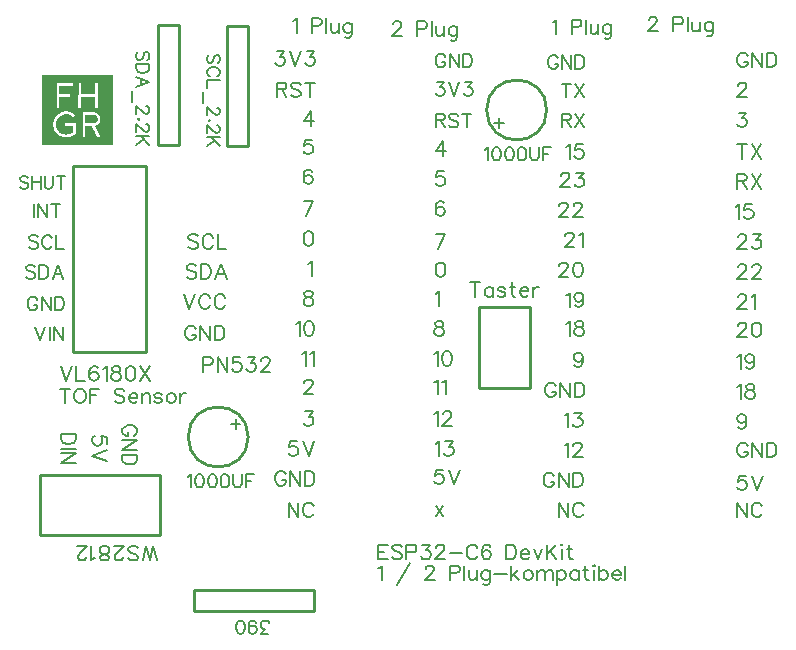
<source format=gto>
G04 Layer: TopSilkscreenLayer*
G04 EasyEDA v6.5.50, 2025-08-07 17:35:19*
G04 907c9f2fc05643d1a7414bf7d8136ec9,1ea6220676e248c9a5f209c00a71ac29,10*
G04 Gerber Generator version 0.2*
G04 Scale: 100 percent, Rotated: No, Reflected: No *
G04 Dimensions in millimeters *
G04 leading zeros omitted , absolute positions ,4 integer and 5 decimal *
%FSLAX45Y45*%
%MOMM*%

%ADD10C,0.1524*%
%ADD11C,0.2032*%
%ADD12C,0.2540*%
%ADD13C,0.0145*%

%LPD*%
G36*
X-211074Y8046974D02*
G01*
X-211074Y7970469D01*
X-84836Y7970469D01*
X-83058Y7971637D01*
X-77266Y7971840D01*
X51714Y7971790D01*
X52882Y7970824D01*
X52882Y7950962D01*
X51409Y7949488D01*
X-60960Y7949488D01*
X-61925Y7948523D01*
X-61976Y7881569D01*
X-61010Y7879537D01*
X-58419Y7879181D01*
X20980Y7879537D01*
X28956Y7879181D01*
X30429Y7877352D01*
X30175Y7859471D01*
X28498Y7857642D01*
X25400Y7857185D01*
X-60960Y7857185D01*
X-61925Y7856220D01*
X-61976Y7769148D01*
X-62206Y7767878D01*
X100076Y7767878D01*
X100126Y7971840D01*
X101396Y7972755D01*
X122123Y7972755D01*
X122935Y7972196D01*
X123393Y7970875D01*
X123444Y7881569D01*
X125171Y7880451D01*
X236982Y7880451D01*
X238607Y7880908D01*
X238810Y7887309D01*
X239014Y7971586D01*
X240131Y7972755D01*
X261112Y7972755D01*
X262229Y7971586D01*
X262229Y7765288D01*
X260604Y7764221D01*
X240334Y7764170D01*
X239014Y7765338D01*
X239014Y7853781D01*
X238556Y7856016D01*
X235762Y7856829D01*
X124561Y7856829D01*
X123393Y7855153D01*
X123444Y7765491D01*
X122224Y7764170D01*
X101701Y7764170D01*
X101041Y7765084D01*
X100076Y7767878D01*
X-62206Y7767878D01*
X-62585Y7765846D01*
X-64211Y7764525D01*
X-82550Y7764525D01*
X-84429Y7765389D01*
X-84429Y7969859D01*
X-84836Y7970469D01*
X-211074Y7970469D01*
X-211074Y7622895D01*
X-113893Y7622895D01*
X-113233Y7639507D01*
X-110235Y7654290D01*
X-106984Y7664551D01*
X-106324Y7665364D01*
X-105105Y7669580D01*
X-104089Y7670393D01*
X-103632Y7672324D01*
X-102158Y7674152D01*
X-102158Y7675168D01*
X-99974Y7679334D01*
X-99974Y7680198D01*
X-98399Y7681620D01*
X-97332Y7684109D01*
X-85344Y7699705D01*
X-83159Y7701534D01*
X-79095Y7705852D01*
X-70256Y7713624D01*
X-64719Y7717281D01*
X-54711Y7723276D01*
X-52527Y7724038D01*
X-49936Y7725765D01*
X-48920Y7725765D01*
X-46228Y7727188D01*
X-40436Y7729423D01*
X-38862Y7729474D01*
X-35509Y7730998D01*
X-31191Y7731658D01*
X-29108Y7732725D01*
X-22047Y7733893D01*
X-20015Y7734706D01*
X-11176Y7735214D01*
X1016Y7735316D01*
X12446Y7734655D01*
X21336Y7732471D01*
X24282Y7731302D01*
X26924Y7731302D01*
X29768Y7729829D01*
X32410Y7729321D01*
X41300Y7725765D01*
X48920Y7721955D01*
X61214Y7714335D01*
X70612Y7706106D01*
X71678Y7704632D01*
X71069Y7703007D01*
X57505Y7689189D01*
X55422Y7689189D01*
X49276Y7694168D01*
X43281Y7698587D01*
X38150Y7701737D01*
X37185Y7701737D01*
X34645Y7703616D01*
X33832Y7703616D01*
X31343Y7705445D01*
X29362Y7705445D01*
X27482Y7706918D01*
X23723Y7707630D01*
X20828Y7709153D01*
X18897Y7709153D01*
X16611Y7710322D01*
X5842Y7712151D01*
X-11023Y7712557D01*
X-20015Y7710931D01*
X-26822Y7709458D01*
X-33121Y7707274D01*
X-34798Y7707274D01*
X-38100Y7705547D01*
X-40335Y7705039D01*
X-41452Y7704023D01*
X-50444Y7699400D01*
X-51714Y7698028D01*
X-52679Y7698028D01*
X-58674Y7693050D01*
X-60502Y7691881D01*
X-70256Y7682382D01*
X-71729Y7680045D01*
X-75844Y7674609D01*
X-80010Y7668463D01*
X-80010Y7667548D01*
X-81838Y7665059D01*
X-81838Y7663992D01*
X-84683Y7658353D01*
X-87731Y7649108D01*
X-89204Y7643622D01*
X-89966Y7637068D01*
X-91186Y7632242D01*
X-90830Y7618120D01*
X-89154Y7607757D01*
X-87833Y7603337D01*
X-87325Y7600746D01*
X-85140Y7594092D01*
X-79502Y7582306D01*
X-74930Y7575296D01*
X-68732Y7567218D01*
X-64719Y7563256D01*
X-54711Y7554620D01*
X-48818Y7551166D01*
X-37744Y7545578D01*
X-32207Y7543393D01*
X-25196Y7541158D01*
X-23317Y7541158D01*
X-17526Y7539634D01*
X-4521Y7538974D01*
X9906Y7539634D01*
X14579Y7541158D01*
X17475Y7541158D01*
X19507Y7542174D01*
X24282Y7543393D01*
X29057Y7545273D01*
X39776Y7550454D01*
X41300Y7551775D01*
X42926Y7552283D01*
X46736Y7554823D01*
X53543Y7560919D01*
X54051Y7580477D01*
X53797Y7611922D01*
X52425Y7613497D01*
X-12344Y7613497D01*
X-14681Y7613954D01*
X-15443Y7615377D01*
X-15392Y7635392D01*
X-14630Y7636764D01*
X76149Y7636764D01*
X76911Y7634884D01*
X76911Y7551572D01*
X74777Y7548880D01*
X70358Y7544663D01*
X62687Y7538161D01*
X60096Y7536637D01*
X59740Y7536180D01*
X56286Y7533741D01*
X55575Y7533741D01*
X54660Y7532674D01*
X46786Y7528255D01*
X39065Y7524496D01*
X38303Y7524496D01*
X36474Y7523581D01*
X134874Y7523581D01*
X134874Y7728712D01*
X136550Y7729372D01*
X233679Y7729423D01*
X238048Y7728610D01*
X240385Y7727594D01*
X242722Y7727594D01*
X247091Y7725765D01*
X248361Y7725765D01*
X253949Y7723124D01*
X257403Y7721142D01*
X265125Y7715605D01*
X267970Y7713014D01*
X272592Y7707985D01*
X272592Y7707274D01*
X275082Y7704531D01*
X277368Y7700822D01*
X280771Y7693863D01*
X282549Y7689088D01*
X283311Y7688173D01*
X284073Y7681264D01*
X285242Y7676845D01*
X285292Y7666481D01*
X283667Y7660640D01*
X283667Y7656880D01*
X281838Y7653172D01*
X281838Y7651800D01*
X279298Y7646162D01*
X275640Y7639659D01*
X274167Y7638288D01*
X272440Y7635494D01*
X268782Y7631226D01*
X262432Y7625791D01*
X257251Y7622235D01*
X247650Y7617459D01*
X238455Y7614920D01*
X237540Y7614158D01*
X237540Y7612176D01*
X239369Y7610398D01*
X239420Y7609281D01*
X242316Y7604099D01*
X244144Y7600035D01*
X247446Y7593584D01*
X249986Y7589621D01*
X250545Y7587843D01*
X252679Y7583881D01*
X252679Y7582966D01*
X253796Y7582001D01*
X268122Y7553858D01*
X270764Y7549845D01*
X270764Y7548981D01*
X271830Y7548067D01*
X272745Y7545019D01*
X278587Y7533944D01*
X279501Y7532827D01*
X280416Y7530134D01*
X281432Y7529271D01*
X281889Y7527137D01*
X283362Y7525258D01*
X283718Y7522870D01*
X282752Y7521600D01*
X259740Y7521244D01*
X256540Y7522972D01*
X255422Y7525867D01*
X254609Y7526934D01*
X253695Y7529880D01*
X252780Y7530947D01*
X252018Y7533182D01*
X249326Y7537602D01*
X247904Y7540701D01*
X247142Y7541158D01*
X246329Y7544257D01*
X244906Y7546035D01*
X244906Y7547203D01*
X243027Y7550200D01*
X243027Y7551369D01*
X241604Y7552639D01*
X241147Y7554772D01*
X239826Y7556449D01*
X238963Y7559192D01*
X237947Y7560005D01*
X237439Y7562392D01*
X235661Y7564932D01*
X235661Y7566152D01*
X234238Y7567422D01*
X233375Y7570114D01*
X232359Y7571282D01*
X231495Y7573822D01*
X230124Y7575550D01*
X230124Y7576769D01*
X228295Y7579715D01*
X228295Y7580731D01*
X226415Y7582916D01*
X226415Y7583881D01*
X225044Y7585659D01*
X224231Y7588554D01*
X222758Y7590790D01*
X222758Y7591704D01*
X217271Y7601508D01*
X217220Y7602677D01*
X215798Y7604455D01*
X214985Y7607503D01*
X213867Y7608417D01*
X213004Y7611364D01*
X211023Y7613497D01*
X159156Y7613548D01*
X158140Y7612532D01*
X158140Y7523225D01*
X157226Y7522108D01*
X155143Y7521194D01*
X137058Y7521194D01*
X134874Y7523581D01*
X36474Y7523581D01*
X34645Y7522667D01*
X33121Y7522667D01*
X31597Y7521600D01*
X16510Y7517485D01*
X2844Y7515910D01*
X-11531Y7515910D01*
X-25958Y7517790D01*
X-28143Y7518603D01*
X-39166Y7521600D01*
X-41706Y7522667D01*
X-43281Y7522667D01*
X-45872Y7524038D01*
X-47701Y7524546D01*
X-56946Y7529271D01*
X-62941Y7532624D01*
X-63855Y7533741D01*
X-64719Y7533741D01*
X-69850Y7537348D01*
X-71729Y7539177D01*
X-76149Y7542580D01*
X-85394Y7551674D01*
X-89255Y7556144D01*
X-89255Y7556703D01*
X-94284Y7562748D01*
X-95250Y7564577D01*
X-97942Y7567879D01*
X-104190Y7580833D01*
X-105867Y7582916D01*
X-105867Y7584287D01*
X-107696Y7587792D01*
X-107696Y7589875D01*
X-108915Y7592618D01*
X-110337Y7597444D01*
X-112826Y7608976D01*
X-113893Y7622895D01*
X-211074Y7622895D01*
X-211074Y7446975D01*
X388924Y7446975D01*
X388924Y8046974D01*
G37*
G36*
X158902Y7706563D02*
G01*
X158140Y7705140D01*
X158140Y7637932D01*
X159359Y7636967D01*
X224840Y7636713D01*
X234137Y7637475D01*
X235661Y7638288D01*
X239521Y7638999D01*
X243789Y7641031D01*
X244703Y7641285D01*
X250037Y7645298D01*
X254762Y7649921D01*
X258927Y7656372D01*
X261467Y7663535D01*
X262128Y7671663D01*
X261264Y7681417D01*
X260502Y7682382D01*
X259232Y7686395D01*
X255778Y7692034D01*
X253034Y7695742D01*
X248412Y7699705D01*
X245414Y7701737D01*
X244703Y7701737D01*
X242163Y7703616D01*
X240334Y7703616D01*
X238810Y7704988D01*
X229666Y7706563D01*
G37*
D10*
X1280934Y8144238D02*
G01*
X1291348Y8154652D01*
X1296428Y8170146D01*
X1296428Y8190974D01*
X1291348Y8206468D01*
X1280934Y8216882D01*
X1270520Y8216882D01*
X1260106Y8211802D01*
X1254772Y8206468D01*
X1249692Y8196054D01*
X1239278Y8164812D01*
X1234198Y8154652D01*
X1228864Y8149318D01*
X1218450Y8144238D01*
X1202956Y8144238D01*
X1192542Y8154652D01*
X1187208Y8170146D01*
X1187208Y8190974D01*
X1192542Y8206468D01*
X1202956Y8216882D01*
X1270520Y8031970D02*
G01*
X1280934Y8037050D01*
X1291348Y8047464D01*
X1296428Y8057878D01*
X1296428Y8078706D01*
X1291348Y8089120D01*
X1280934Y8099534D01*
X1270520Y8104614D01*
X1254772Y8109948D01*
X1228864Y8109948D01*
X1213370Y8104614D01*
X1202956Y8099534D01*
X1192542Y8089120D01*
X1187208Y8078706D01*
X1187208Y8057878D01*
X1192542Y8047464D01*
X1202956Y8037050D01*
X1213370Y8031970D01*
X1296428Y7997680D02*
G01*
X1187208Y7997680D01*
X1187208Y7997680D02*
G01*
X1187208Y7935196D01*
X1150886Y7900906D02*
G01*
X1150886Y7807434D01*
X1270520Y7768064D02*
G01*
X1275600Y7768064D01*
X1286014Y7762730D01*
X1291348Y7757650D01*
X1296428Y7747236D01*
X1296428Y7726408D01*
X1291348Y7715994D01*
X1286014Y7710914D01*
X1275600Y7705580D01*
X1265186Y7705580D01*
X1254772Y7710914D01*
X1239278Y7721328D01*
X1187208Y7773144D01*
X1187208Y7700500D01*
X1213370Y7660876D02*
G01*
X1208036Y7666210D01*
X1202956Y7660876D01*
X1208036Y7655796D01*
X1213370Y7660876D01*
X1270520Y7616172D02*
G01*
X1275600Y7616172D01*
X1286014Y7611092D01*
X1291348Y7606012D01*
X1296428Y7595598D01*
X1296428Y7574770D01*
X1291348Y7564356D01*
X1286014Y7559022D01*
X1275600Y7553942D01*
X1265186Y7553942D01*
X1254772Y7559022D01*
X1239278Y7569436D01*
X1187208Y7621506D01*
X1187208Y7548862D01*
X1296428Y7514572D02*
G01*
X1187208Y7514572D01*
X1296428Y7441674D02*
G01*
X1223784Y7514572D01*
X1249692Y7488410D02*
G01*
X1187208Y7441674D01*
D11*
X2636796Y3866642D02*
G01*
X2648734Y3872737D01*
X2666260Y3890263D01*
X2666260Y3766312D01*
X2902734Y3913886D02*
G01*
X2796308Y3724910D01*
X3038624Y3860800D02*
G01*
X3038624Y3866642D01*
X3044466Y3878579D01*
X3050308Y3884421D01*
X3062246Y3890263D01*
X3085868Y3890263D01*
X3097806Y3884421D01*
X3103648Y3878579D01*
X3109490Y3866642D01*
X3109490Y3854957D01*
X3103648Y3843020D01*
X3091710Y3825494D01*
X3032782Y3766312D01*
X3115332Y3766312D01*
X3245380Y3890263D02*
G01*
X3245380Y3766312D01*
X3245380Y3890263D02*
G01*
X3298720Y3890263D01*
X3316246Y3884421D01*
X3322342Y3878579D01*
X3328184Y3866642D01*
X3328184Y3849115D01*
X3322342Y3837178D01*
X3316246Y3831336D01*
X3298720Y3825494D01*
X3245380Y3825494D01*
X3367046Y3890263D02*
G01*
X3367046Y3766312D01*
X3406162Y3849115D02*
G01*
X3406162Y3789934D01*
X3412004Y3772154D01*
X3423942Y3766312D01*
X3441722Y3766312D01*
X3453406Y3772154D01*
X3471186Y3789934D01*
X3471186Y3849115D02*
G01*
X3471186Y3766312D01*
X3581168Y3849115D02*
G01*
X3581168Y3754373D01*
X3575072Y3736847D01*
X3569230Y3730752D01*
X3557546Y3724910D01*
X3539766Y3724910D01*
X3527828Y3730752D01*
X3581168Y3831336D02*
G01*
X3569230Y3843020D01*
X3557546Y3849115D01*
X3539766Y3849115D01*
X3527828Y3843020D01*
X3516144Y3831336D01*
X3510048Y3813555D01*
X3510048Y3801618D01*
X3516144Y3784092D01*
X3527828Y3772154D01*
X3539766Y3766312D01*
X3557546Y3766312D01*
X3569230Y3772154D01*
X3581168Y3784092D01*
X3620030Y3819397D02*
G01*
X3726456Y3819397D01*
X3765318Y3890263D02*
G01*
X3765318Y3766312D01*
X3824500Y3849115D02*
G01*
X3765318Y3789934D01*
X3788940Y3813555D02*
G01*
X3830342Y3766312D01*
X3898922Y3849115D02*
G01*
X3887238Y3843020D01*
X3875300Y3831336D01*
X3869458Y3813555D01*
X3869458Y3801618D01*
X3875300Y3784092D01*
X3887238Y3772154D01*
X3898922Y3766312D01*
X3916702Y3766312D01*
X3928640Y3772154D01*
X3940324Y3784092D01*
X3946166Y3801618D01*
X3946166Y3813555D01*
X3940324Y3831336D01*
X3928640Y3843020D01*
X3916702Y3849115D01*
X3898922Y3849115D01*
X3985282Y3849115D02*
G01*
X3985282Y3766312D01*
X3985282Y3825494D02*
G01*
X4003062Y3843020D01*
X4014746Y3849115D01*
X4032526Y3849115D01*
X4044210Y3843020D01*
X4050306Y3825494D01*
X4050306Y3766312D01*
X4050306Y3825494D02*
G01*
X4068086Y3843020D01*
X4079770Y3849115D01*
X4097550Y3849115D01*
X4109234Y3843020D01*
X4115330Y3825494D01*
X4115330Y3766312D01*
X4154192Y3849115D02*
G01*
X4154192Y3724910D01*
X4154192Y3831336D02*
G01*
X4166130Y3843020D01*
X4177814Y3849115D01*
X4195594Y3849115D01*
X4207532Y3843020D01*
X4219216Y3831336D01*
X4225058Y3813555D01*
X4225058Y3801618D01*
X4219216Y3784092D01*
X4207532Y3772154D01*
X4195594Y3766312D01*
X4177814Y3766312D01*
X4166130Y3772154D01*
X4154192Y3784092D01*
X4335040Y3849115D02*
G01*
X4335040Y3766312D01*
X4335040Y3831336D02*
G01*
X4323356Y3843020D01*
X4311418Y3849115D01*
X4293638Y3849115D01*
X4281954Y3843020D01*
X4270016Y3831336D01*
X4264174Y3813555D01*
X4264174Y3801618D01*
X4270016Y3784092D01*
X4281954Y3772154D01*
X4293638Y3766312D01*
X4311418Y3766312D01*
X4323356Y3772154D01*
X4335040Y3784092D01*
X4391682Y3890263D02*
G01*
X4391682Y3789934D01*
X4397778Y3772154D01*
X4409462Y3766312D01*
X4421400Y3766312D01*
X4374156Y3849115D02*
G01*
X4415304Y3849115D01*
X4460262Y3890263D02*
G01*
X4466358Y3884421D01*
X4472200Y3890263D01*
X4466358Y3896360D01*
X4460262Y3890263D01*
X4466358Y3849115D02*
G01*
X4466358Y3766312D01*
X4511062Y3890263D02*
G01*
X4511062Y3766312D01*
X4511062Y3831336D02*
G01*
X4523000Y3843020D01*
X4534684Y3849115D01*
X4552464Y3849115D01*
X4564402Y3843020D01*
X4576086Y3831336D01*
X4582182Y3813555D01*
X4582182Y3801618D01*
X4576086Y3784092D01*
X4564402Y3772154D01*
X4552464Y3766312D01*
X4534684Y3766312D01*
X4523000Y3772154D01*
X4511062Y3784092D01*
X4621044Y3813555D02*
G01*
X4691910Y3813555D01*
X4691910Y3825494D01*
X4686068Y3837178D01*
X4680226Y3843020D01*
X4668288Y3849115D01*
X4650508Y3849115D01*
X4638824Y3843020D01*
X4626886Y3831336D01*
X4621044Y3813555D01*
X4621044Y3801618D01*
X4626886Y3784092D01*
X4638824Y3772154D01*
X4650508Y3766312D01*
X4668288Y3766312D01*
X4680226Y3772154D01*
X4691910Y3784092D01*
X4731026Y3890263D02*
G01*
X4731026Y3766312D01*
X-14201Y5388863D02*
G01*
X-14201Y5264912D01*
X-55603Y5388863D02*
G01*
X27200Y5388863D01*
X101622Y5388863D02*
G01*
X89684Y5383021D01*
X78000Y5371337D01*
X72158Y5359400D01*
X66062Y5341620D01*
X66062Y5312155D01*
X72158Y5294376D01*
X78000Y5282692D01*
X89684Y5270754D01*
X101622Y5264912D01*
X125244Y5264912D01*
X136928Y5270754D01*
X148866Y5282692D01*
X154708Y5294376D01*
X160550Y5312155D01*
X160550Y5341620D01*
X154708Y5359400D01*
X148866Y5371337D01*
X136928Y5383021D01*
X125244Y5388863D01*
X101622Y5388863D01*
X199666Y5388863D02*
G01*
X199666Y5264912D01*
X199666Y5388863D02*
G01*
X276374Y5388863D01*
X199666Y5329936D02*
G01*
X246910Y5329936D01*
X489226Y5371337D02*
G01*
X477288Y5383021D01*
X459762Y5388863D01*
X436140Y5388863D01*
X418360Y5383021D01*
X406422Y5371337D01*
X406422Y5359400D01*
X412518Y5347715D01*
X418360Y5341620D01*
X430044Y5335778D01*
X465604Y5324094D01*
X477288Y5317997D01*
X483384Y5312155D01*
X489226Y5300218D01*
X489226Y5282692D01*
X477288Y5270754D01*
X459762Y5264912D01*
X436140Y5264912D01*
X418360Y5270754D01*
X406422Y5282692D01*
X528088Y5312155D02*
G01*
X599208Y5312155D01*
X599208Y5324094D01*
X593112Y5335778D01*
X587270Y5341620D01*
X575586Y5347715D01*
X557806Y5347715D01*
X545868Y5341620D01*
X534184Y5329936D01*
X528088Y5312155D01*
X528088Y5300218D01*
X534184Y5282692D01*
X545868Y5270754D01*
X557806Y5264912D01*
X575586Y5264912D01*
X587270Y5270754D01*
X599208Y5282692D01*
X638070Y5347715D02*
G01*
X638070Y5264912D01*
X638070Y5324094D02*
G01*
X655850Y5341620D01*
X667788Y5347715D01*
X685314Y5347715D01*
X697252Y5341620D01*
X703094Y5324094D01*
X703094Y5264912D01*
X807234Y5329936D02*
G01*
X801138Y5341620D01*
X783612Y5347715D01*
X765832Y5347715D01*
X748052Y5341620D01*
X742210Y5329936D01*
X748052Y5317997D01*
X759736Y5312155D01*
X789454Y5306313D01*
X801138Y5300218D01*
X807234Y5288534D01*
X807234Y5282692D01*
X801138Y5270754D01*
X783612Y5264912D01*
X765832Y5264912D01*
X748052Y5270754D01*
X742210Y5282692D01*
X875560Y5347715D02*
G01*
X863876Y5341620D01*
X851938Y5329936D01*
X846096Y5312155D01*
X846096Y5300218D01*
X851938Y5282692D01*
X863876Y5270754D01*
X875560Y5264912D01*
X893340Y5264912D01*
X905278Y5270754D01*
X916962Y5282692D01*
X923058Y5300218D01*
X923058Y5312155D01*
X916962Y5329936D01*
X905278Y5341620D01*
X893340Y5347715D01*
X875560Y5347715D01*
X961920Y5347715D02*
G01*
X961920Y5264912D01*
X961920Y5312155D02*
G01*
X967762Y5329936D01*
X979700Y5341620D01*
X991384Y5347715D01*
X1009164Y5347715D01*
X1091945Y5892784D02*
G01*
X1086104Y5904722D01*
X1074165Y5916406D01*
X1062481Y5922248D01*
X1038860Y5922248D01*
X1026921Y5916406D01*
X1015237Y5904722D01*
X1009142Y5892784D01*
X1003300Y5875004D01*
X1003300Y5845540D01*
X1009142Y5827760D01*
X1015237Y5816076D01*
X1026921Y5804138D01*
X1038860Y5798296D01*
X1062481Y5798296D01*
X1074165Y5804138D01*
X1086104Y5816076D01*
X1091945Y5827760D01*
X1091945Y5845540D01*
X1062481Y5845540D02*
G01*
X1091945Y5845540D01*
X1131062Y5922248D02*
G01*
X1131062Y5798296D01*
X1131062Y5922248D02*
G01*
X1213612Y5798296D01*
X1213612Y5922248D02*
G01*
X1213612Y5798296D01*
X1252728Y5922248D02*
G01*
X1252728Y5798296D01*
X1252728Y5922248D02*
G01*
X1294129Y5922248D01*
X1311655Y5916406D01*
X1323594Y5904722D01*
X1329436Y5892784D01*
X1335278Y5875004D01*
X1335278Y5845540D01*
X1329436Y5827760D01*
X1323594Y5816076D01*
X1311655Y5804138D01*
X1294129Y5798296D01*
X1252728Y5798296D01*
X990600Y6188948D02*
G01*
X1037844Y6064996D01*
X1085087Y6188948D02*
G01*
X1037844Y6064996D01*
X1212850Y6159484D02*
G01*
X1206754Y6171422D01*
X1195070Y6183106D01*
X1183131Y6188948D01*
X1159510Y6188948D01*
X1147826Y6183106D01*
X1135887Y6171422D01*
X1130045Y6159484D01*
X1124204Y6141704D01*
X1124204Y6112240D01*
X1130045Y6094460D01*
X1135887Y6082776D01*
X1147826Y6070838D01*
X1159510Y6064996D01*
X1183131Y6064996D01*
X1195070Y6070838D01*
X1206754Y6082776D01*
X1212850Y6094460D01*
X1340357Y6159484D02*
G01*
X1334515Y6171422D01*
X1322578Y6183106D01*
X1310894Y6188948D01*
X1287271Y6188948D01*
X1275334Y6183106D01*
X1263650Y6171422D01*
X1257807Y6159484D01*
X1251712Y6141704D01*
X1251712Y6112240D01*
X1257807Y6094460D01*
X1263650Y6082776D01*
X1275334Y6070838D01*
X1287271Y6064996D01*
X1310894Y6064996D01*
X1322578Y6070838D01*
X1334515Y6082776D01*
X1340357Y6094460D01*
X1098804Y6425422D02*
G01*
X1086865Y6437106D01*
X1069086Y6442948D01*
X1045463Y6442948D01*
X1027937Y6437106D01*
X1016000Y6425422D01*
X1016000Y6413484D01*
X1021842Y6401800D01*
X1027937Y6395704D01*
X1039621Y6389862D01*
X1075181Y6378178D01*
X1086865Y6372082D01*
X1092707Y6366240D01*
X1098804Y6354556D01*
X1098804Y6336776D01*
X1086865Y6324838D01*
X1069086Y6318996D01*
X1045463Y6318996D01*
X1027937Y6324838D01*
X1016000Y6336776D01*
X1137665Y6442948D02*
G01*
X1137665Y6318996D01*
X1137665Y6442948D02*
G01*
X1179068Y6442948D01*
X1196847Y6437106D01*
X1208531Y6425422D01*
X1214628Y6413484D01*
X1220470Y6395704D01*
X1220470Y6366240D01*
X1214628Y6348460D01*
X1208531Y6336776D01*
X1196847Y6324838D01*
X1179068Y6318996D01*
X1137665Y6318996D01*
X1306829Y6442948D02*
G01*
X1259331Y6318996D01*
X1306829Y6442948D02*
G01*
X1354073Y6318996D01*
X1277112Y6360398D02*
G01*
X1336294Y6360398D01*
X1111504Y6679422D02*
G01*
X1099565Y6691106D01*
X1081786Y6696948D01*
X1058163Y6696948D01*
X1040637Y6691106D01*
X1028700Y6679422D01*
X1028700Y6667484D01*
X1034542Y6655800D01*
X1040637Y6649704D01*
X1052321Y6643862D01*
X1087881Y6632178D01*
X1099565Y6626082D01*
X1105407Y6620240D01*
X1111504Y6608556D01*
X1111504Y6590776D01*
X1099565Y6578838D01*
X1081786Y6572996D01*
X1058163Y6572996D01*
X1040637Y6578838D01*
X1028700Y6590776D01*
X1239012Y6667484D02*
G01*
X1233170Y6679422D01*
X1221231Y6691106D01*
X1209547Y6696948D01*
X1185926Y6696948D01*
X1173987Y6691106D01*
X1162304Y6679422D01*
X1156462Y6667484D01*
X1150365Y6649704D01*
X1150365Y6620240D01*
X1156462Y6602460D01*
X1162304Y6590776D01*
X1173987Y6578838D01*
X1185926Y6572996D01*
X1209547Y6572996D01*
X1221231Y6578838D01*
X1233170Y6590776D01*
X1239012Y6602460D01*
X1278128Y6696948D02*
G01*
X1278128Y6572996D01*
X1278128Y6572996D02*
G01*
X1348994Y6572996D01*
X1155700Y5655548D02*
G01*
X1155700Y5531596D01*
X1155700Y5655548D02*
G01*
X1208786Y5655548D01*
X1226565Y5649706D01*
X1232407Y5643864D01*
X1238504Y5631926D01*
X1238504Y5614400D01*
X1232407Y5602462D01*
X1226565Y5596620D01*
X1208786Y5590778D01*
X1155700Y5590778D01*
X1277365Y5655548D02*
G01*
X1277365Y5531596D01*
X1277365Y5655548D02*
G01*
X1360170Y5531596D01*
X1360170Y5655548D02*
G01*
X1360170Y5531596D01*
X1470152Y5655548D02*
G01*
X1410970Y5655548D01*
X1405128Y5602462D01*
X1410970Y5608304D01*
X1428750Y5614400D01*
X1446529Y5614400D01*
X1464055Y5608304D01*
X1475994Y5596620D01*
X1481836Y5578840D01*
X1481836Y5567156D01*
X1475994Y5549376D01*
X1464055Y5537438D01*
X1446529Y5531596D01*
X1428750Y5531596D01*
X1410970Y5537438D01*
X1405128Y5543280D01*
X1399031Y5555218D01*
X1532636Y5655548D02*
G01*
X1597660Y5655548D01*
X1562354Y5608304D01*
X1579879Y5608304D01*
X1591818Y5602462D01*
X1597660Y5596620D01*
X1603502Y5578840D01*
X1603502Y5567156D01*
X1597660Y5549376D01*
X1585976Y5537438D01*
X1568195Y5531596D01*
X1550415Y5531596D01*
X1532636Y5537438D01*
X1526794Y5543280D01*
X1520952Y5555218D01*
X1648460Y5626084D02*
G01*
X1648460Y5631926D01*
X1654302Y5643864D01*
X1660397Y5649706D01*
X1672081Y5655548D01*
X1695704Y5655548D01*
X1707642Y5649706D01*
X1713484Y5643864D01*
X1719326Y5631926D01*
X1719326Y5620242D01*
X1713484Y5608304D01*
X1701800Y5590778D01*
X1642618Y5531596D01*
X1725421Y5531596D01*
D10*
X684021Y8169640D02*
G01*
X694436Y8180054D01*
X699515Y8195548D01*
X699515Y8216376D01*
X694436Y8231870D01*
X684021Y8242284D01*
X673607Y8242284D01*
X663194Y8237204D01*
X657860Y8231870D01*
X652779Y8221456D01*
X642365Y8190214D01*
X637286Y8180054D01*
X631952Y8174720D01*
X621537Y8169640D01*
X606044Y8169640D01*
X595629Y8180054D01*
X590550Y8195548D01*
X590550Y8216376D01*
X595629Y8231870D01*
X606044Y8242284D01*
X699515Y8135350D02*
G01*
X590550Y8135350D01*
X699515Y8135350D02*
G01*
X699515Y8098774D01*
X694436Y8083280D01*
X684021Y8072866D01*
X673607Y8067786D01*
X657860Y8062452D01*
X631952Y8062452D01*
X616457Y8067786D01*
X606044Y8072866D01*
X595629Y8083280D01*
X590550Y8098774D01*
X590550Y8135350D01*
X699515Y7986760D02*
G01*
X590550Y8028162D01*
X699515Y7986760D02*
G01*
X590550Y7945104D01*
X626871Y8012668D02*
G01*
X626871Y7960598D01*
X553973Y7910814D02*
G01*
X553973Y7817342D01*
X673607Y7777718D02*
G01*
X678687Y7777718D01*
X689102Y7772638D01*
X694436Y7767304D01*
X699515Y7757144D01*
X699515Y7736316D01*
X694436Y7725902D01*
X689102Y7720568D01*
X678687Y7715488D01*
X668273Y7715488D01*
X657860Y7720568D01*
X642365Y7730982D01*
X590550Y7783052D01*
X590550Y7710154D01*
X616457Y7670784D02*
G01*
X611123Y7675864D01*
X606044Y7670784D01*
X611123Y7665704D01*
X616457Y7670784D01*
X673607Y7626080D02*
G01*
X678687Y7626080D01*
X689102Y7621000D01*
X694436Y7615666D01*
X699515Y7605252D01*
X699515Y7584424D01*
X694436Y7574264D01*
X689102Y7568930D01*
X678687Y7563850D01*
X668273Y7563850D01*
X657860Y7568930D01*
X642365Y7579344D01*
X590550Y7631414D01*
X590550Y7558516D01*
X699515Y7524226D02*
G01*
X590550Y7524226D01*
X699515Y7451582D02*
G01*
X626871Y7524226D01*
X652779Y7498318D02*
G01*
X590550Y7451582D01*
D11*
X1777237Y8246356D02*
G01*
X1842007Y8246356D01*
X1806702Y8199112D01*
X1824481Y8199112D01*
X1836165Y8193270D01*
X1842007Y8187428D01*
X1848104Y8169648D01*
X1848104Y8157964D01*
X1842007Y8140184D01*
X1830323Y8128246D01*
X1812544Y8122404D01*
X1794763Y8122404D01*
X1777237Y8128246D01*
X1771142Y8134088D01*
X1765300Y8146026D01*
X1886965Y8246356D02*
G01*
X1934209Y8122404D01*
X1981454Y8246356D02*
G01*
X1934209Y8122404D01*
X2032508Y8246356D02*
G01*
X2097277Y8246356D01*
X2061972Y8199112D01*
X2079752Y8199112D01*
X2091436Y8193270D01*
X2097277Y8187428D01*
X2103374Y8169648D01*
X2103374Y8157964D01*
X2097277Y8140184D01*
X2085593Y8128246D01*
X2067813Y8122404D01*
X2050034Y8122404D01*
X2032508Y8128246D01*
X2026411Y8134088D01*
X2020570Y8146026D01*
X1778000Y7979648D02*
G01*
X1778000Y7855696D01*
X1778000Y7979648D02*
G01*
X1831086Y7979648D01*
X1848865Y7973806D01*
X1854707Y7967964D01*
X1860804Y7956026D01*
X1860804Y7944342D01*
X1854707Y7932404D01*
X1848865Y7926562D01*
X1831086Y7920720D01*
X1778000Y7920720D01*
X1819402Y7920720D02*
G01*
X1860804Y7855696D01*
X1982470Y7962122D02*
G01*
X1970531Y7973806D01*
X1953006Y7979648D01*
X1929384Y7979648D01*
X1911604Y7973806D01*
X1899665Y7962122D01*
X1899665Y7950184D01*
X1905762Y7938500D01*
X1911604Y7932404D01*
X1923287Y7926562D01*
X1958847Y7914878D01*
X1970531Y7908782D01*
X1976627Y7902940D01*
X1982470Y7891256D01*
X1982470Y7873476D01*
X1970531Y7861538D01*
X1953006Y7855696D01*
X1929384Y7855696D01*
X1911604Y7861538D01*
X1899665Y7873476D01*
X2062734Y7979648D02*
G01*
X2062734Y7855696D01*
X2021331Y7979648D02*
G01*
X2104136Y7979648D01*
X2065781Y7738356D02*
G01*
X2006600Y7655806D01*
X2095245Y7655806D01*
X2065781Y7738356D02*
G01*
X2065781Y7614404D01*
X2077465Y7497056D02*
G01*
X2018538Y7497056D01*
X2012441Y7443970D01*
X2018538Y7449812D01*
X2036063Y7455908D01*
X2053843Y7455908D01*
X2071624Y7449812D01*
X2083308Y7438128D01*
X2089404Y7420348D01*
X2089404Y7408664D01*
X2083308Y7390884D01*
X2071624Y7378946D01*
X2053843Y7373104D01*
X2036063Y7373104D01*
X2018538Y7378946D01*
X2012441Y7384788D01*
X2006600Y7396726D01*
X2077465Y7225530D02*
G01*
X2071624Y7237214D01*
X2053843Y7243056D01*
X2042159Y7243056D01*
X2024379Y7237214D01*
X2012441Y7219434D01*
X2006600Y7189970D01*
X2006600Y7160506D01*
X2012441Y7136884D01*
X2024379Y7124946D01*
X2042159Y7119104D01*
X2048002Y7119104D01*
X2065781Y7124946D01*
X2077465Y7136884D01*
X2083308Y7154664D01*
X2083308Y7160506D01*
X2077465Y7178286D01*
X2065781Y7189970D01*
X2048002Y7195812D01*
X2042159Y7195812D01*
X2024379Y7189970D01*
X2012441Y7178286D01*
X2006600Y7160506D01*
X2089404Y6976356D02*
G01*
X2030222Y6852404D01*
X2006600Y6976356D02*
G01*
X2089404Y6976356D01*
X2042159Y6722356D02*
G01*
X2024379Y6716514D01*
X2012441Y6698734D01*
X2006600Y6669270D01*
X2006600Y6651490D01*
X2012441Y6622026D01*
X2024379Y6604246D01*
X2042159Y6598404D01*
X2053843Y6598404D01*
X2071624Y6604246D01*
X2083308Y6622026D01*
X2089404Y6651490D01*
X2089404Y6669270D01*
X2083308Y6698734D01*
X2071624Y6716514D01*
X2053843Y6722356D01*
X2042159Y6722356D01*
X2044700Y6444734D02*
G01*
X2056638Y6450830D01*
X2074163Y6468356D01*
X2074163Y6344404D01*
X2036063Y6214356D02*
G01*
X2018538Y6208514D01*
X2012441Y6196830D01*
X2012441Y6184892D01*
X2018538Y6173208D01*
X2030222Y6167112D01*
X2053843Y6161270D01*
X2071624Y6155428D01*
X2083308Y6143490D01*
X2089404Y6131806D01*
X2089404Y6114026D01*
X2083308Y6102088D01*
X2077465Y6096246D01*
X2059686Y6090404D01*
X2036063Y6090404D01*
X2018538Y6096246D01*
X2012441Y6102088D01*
X2006600Y6114026D01*
X2006600Y6131806D01*
X2012441Y6143490D01*
X2024379Y6155428D01*
X2042159Y6161270D01*
X2065781Y6167112D01*
X2077465Y6173208D01*
X2083308Y6184892D01*
X2083308Y6196830D01*
X2077465Y6208514D01*
X2059686Y6214356D01*
X2036063Y6214356D01*
X1943100Y5936734D02*
G01*
X1955038Y5942830D01*
X1972563Y5960356D01*
X1972563Y5836404D01*
X2046986Y5960356D02*
G01*
X2029459Y5954514D01*
X2017522Y5936734D01*
X2011679Y5907270D01*
X2011679Y5889490D01*
X2017522Y5860026D01*
X2029459Y5842246D01*
X2046986Y5836404D01*
X2058924Y5836404D01*
X2076704Y5842246D01*
X2088388Y5860026D01*
X2094484Y5889490D01*
X2094484Y5907270D01*
X2088388Y5936734D01*
X2076704Y5954514D01*
X2058924Y5960356D01*
X2046986Y5960356D01*
X1993900Y5682734D02*
G01*
X2005838Y5688830D01*
X2023363Y5706356D01*
X2023363Y5582404D01*
X2062479Y5682734D02*
G01*
X2074163Y5688830D01*
X2091943Y5706356D01*
X2091943Y5582404D01*
X2012441Y5435592D02*
G01*
X2012441Y5441434D01*
X2018538Y5453372D01*
X2024379Y5459214D01*
X2036063Y5465056D01*
X2059686Y5465056D01*
X2071624Y5459214D01*
X2077465Y5453372D01*
X2083308Y5441434D01*
X2083308Y5429750D01*
X2077465Y5417812D01*
X2065781Y5400286D01*
X2006600Y5341104D01*
X2089404Y5341104D01*
X2018538Y5198356D02*
G01*
X2083308Y5198356D01*
X2048002Y5151112D01*
X2065781Y5151112D01*
X2077465Y5145270D01*
X2083308Y5139428D01*
X2089404Y5121648D01*
X2089404Y5109964D01*
X2083308Y5092184D01*
X2071624Y5080246D01*
X2053843Y5074404D01*
X2036063Y5074404D01*
X2018538Y5080246D01*
X2012441Y5086088D01*
X2006600Y5098026D01*
X1950465Y4944356D02*
G01*
X1891537Y4944356D01*
X1885442Y4891270D01*
X1891537Y4897112D01*
X1909063Y4903208D01*
X1926844Y4903208D01*
X1944624Y4897112D01*
X1956308Y4885428D01*
X1962404Y4867648D01*
X1962404Y4855964D01*
X1956308Y4838184D01*
X1944624Y4826246D01*
X1926844Y4820404D01*
X1909063Y4820404D01*
X1891537Y4826246D01*
X1885442Y4832088D01*
X1879600Y4844026D01*
X2001265Y4944356D02*
G01*
X2048509Y4820404D01*
X2095754Y4944356D02*
G01*
X2048509Y4820404D01*
X1853945Y4660892D02*
G01*
X1848104Y4672830D01*
X1836165Y4684514D01*
X1824481Y4690356D01*
X1800860Y4690356D01*
X1788921Y4684514D01*
X1777237Y4672830D01*
X1771142Y4660892D01*
X1765300Y4643112D01*
X1765300Y4613648D01*
X1771142Y4595868D01*
X1777237Y4584184D01*
X1788921Y4572246D01*
X1800860Y4566404D01*
X1824481Y4566404D01*
X1836165Y4572246D01*
X1848104Y4584184D01*
X1853945Y4595868D01*
X1853945Y4613648D01*
X1824481Y4613648D02*
G01*
X1853945Y4613648D01*
X1893062Y4690356D02*
G01*
X1893062Y4566404D01*
X1893062Y4690356D02*
G01*
X1975611Y4566404D01*
X1975611Y4690356D02*
G01*
X1975611Y4566404D01*
X2014727Y4690356D02*
G01*
X2014727Y4566404D01*
X2014727Y4690356D02*
G01*
X2056129Y4690356D01*
X2073656Y4684514D01*
X2085593Y4672830D01*
X2091436Y4660892D01*
X2097277Y4643112D01*
X2097277Y4613648D01*
X2091436Y4595868D01*
X2085593Y4584184D01*
X2073656Y4572246D01*
X2056129Y4566404D01*
X2014727Y4566404D01*
X1879600Y4423656D02*
G01*
X1879600Y4299704D01*
X1879600Y4423656D02*
G01*
X1962404Y4299704D01*
X1962404Y4423656D02*
G01*
X1962404Y4299704D01*
X2089911Y4394192D02*
G01*
X2084070Y4406130D01*
X2072131Y4417814D01*
X2060447Y4423656D01*
X2036825Y4423656D01*
X2024888Y4417814D01*
X2013204Y4406130D01*
X2007361Y4394192D01*
X2001265Y4376412D01*
X2001265Y4346948D01*
X2007361Y4329168D01*
X2013204Y4317484D01*
X2024888Y4305546D01*
X2036825Y4299704D01*
X2060447Y4299704D01*
X2072131Y4305546D01*
X2084070Y4317484D01*
X2089911Y4329168D01*
X1917707Y8502126D02*
G01*
X1929645Y8508222D01*
X1947171Y8525748D01*
X1947171Y8401796D01*
X2077219Y8525748D02*
G01*
X2077219Y8401796D01*
X2077219Y8525748D02*
G01*
X2130559Y8525748D01*
X2148085Y8519906D01*
X2154181Y8514064D01*
X2160023Y8502126D01*
X2160023Y8484600D01*
X2154181Y8472662D01*
X2148085Y8466820D01*
X2130559Y8460978D01*
X2077219Y8460978D01*
X2198885Y8525748D02*
G01*
X2198885Y8401796D01*
X2238001Y8484600D02*
G01*
X2238001Y8425418D01*
X2243843Y8407638D01*
X2255781Y8401796D01*
X2273307Y8401796D01*
X2285245Y8407638D01*
X2303025Y8425418D01*
X2303025Y8484600D02*
G01*
X2303025Y8401796D01*
X2413007Y8484600D02*
G01*
X2413007Y8389858D01*
X2406911Y8372332D01*
X2401069Y8366236D01*
X2389131Y8360394D01*
X2371605Y8360394D01*
X2359667Y8366236D01*
X2413007Y8466820D02*
G01*
X2401069Y8478504D01*
X2389131Y8484600D01*
X2371605Y8484600D01*
X2359667Y8478504D01*
X2347983Y8466820D01*
X2341887Y8449040D01*
X2341887Y8437356D01*
X2347983Y8419576D01*
X2359667Y8407638D01*
X2371605Y8401796D01*
X2389131Y8401796D01*
X2401069Y8407638D01*
X2413007Y8419576D01*
X4165597Y4423656D02*
G01*
X4165597Y4299704D01*
X4165597Y4423656D02*
G01*
X4248401Y4299704D01*
X4248401Y4423656D02*
G01*
X4248401Y4299704D01*
X4375909Y4394192D02*
G01*
X4370067Y4406130D01*
X4358129Y4417814D01*
X4346445Y4423656D01*
X4322823Y4423656D01*
X4310885Y4417814D01*
X4299201Y4406130D01*
X4293105Y4394192D01*
X4287263Y4376412D01*
X4287263Y4346948D01*
X4293105Y4329168D01*
X4299201Y4317484D01*
X4310885Y4305546D01*
X4322823Y4299704D01*
X4346445Y4299704D01*
X4358129Y4305546D01*
X4370067Y4317484D01*
X4375909Y4329168D01*
X4127243Y4648192D02*
G01*
X4121401Y4660130D01*
X4109463Y4671814D01*
X4097779Y4677656D01*
X4074157Y4677656D01*
X4062219Y4671814D01*
X4050535Y4660130D01*
X4044439Y4648192D01*
X4038597Y4630414D01*
X4038597Y4600948D01*
X4044439Y4583168D01*
X4050535Y4571484D01*
X4062219Y4559548D01*
X4074157Y4553706D01*
X4097779Y4553706D01*
X4109463Y4559548D01*
X4121401Y4571484D01*
X4127243Y4583168D01*
X4127243Y4600948D01*
X4097779Y4600948D02*
G01*
X4127243Y4600948D01*
X4166105Y4677656D02*
G01*
X4166105Y4553706D01*
X4166105Y4677656D02*
G01*
X4248909Y4553706D01*
X4248909Y4677656D02*
G01*
X4248909Y4553706D01*
X4288025Y4677656D02*
G01*
X4288025Y4553706D01*
X4288025Y4677656D02*
G01*
X4329427Y4677656D01*
X4346953Y4671814D01*
X4358891Y4660130D01*
X4364733Y4648192D01*
X4370575Y4630414D01*
X4370575Y4600948D01*
X4364733Y4583168D01*
X4358891Y4571484D01*
X4346953Y4559548D01*
X4329427Y4553706D01*
X4288025Y4553706D01*
X4216397Y4908034D02*
G01*
X4228335Y4914130D01*
X4245861Y4931656D01*
X4245861Y4807704D01*
X4290819Y4902192D02*
G01*
X4290819Y4908034D01*
X4296661Y4919972D01*
X4302757Y4925814D01*
X4314441Y4931656D01*
X4338063Y4931656D01*
X4350001Y4925814D01*
X4355843Y4919972D01*
X4361685Y4908034D01*
X4361685Y4896350D01*
X4355843Y4884412D01*
X4343905Y4866886D01*
X4284977Y4807704D01*
X4367781Y4807704D01*
X4216397Y5162031D02*
G01*
X4228335Y5168127D01*
X4245861Y5185653D01*
X4245861Y5061701D01*
X4296661Y5185653D02*
G01*
X4361685Y5185653D01*
X4326379Y5138409D01*
X4343905Y5138409D01*
X4355843Y5132567D01*
X4361685Y5126725D01*
X4367781Y5108945D01*
X4367781Y5097261D01*
X4361685Y5079481D01*
X4350001Y5067543D01*
X4332221Y5061701D01*
X4314441Y5061701D01*
X4296661Y5067543D01*
X4290819Y5073385D01*
X4284977Y5085323D01*
X4139943Y5410189D02*
G01*
X4134101Y5422127D01*
X4122163Y5433811D01*
X4110479Y5439653D01*
X4086857Y5439653D01*
X4074919Y5433811D01*
X4063235Y5422127D01*
X4057139Y5410189D01*
X4051297Y5392409D01*
X4051297Y5362945D01*
X4057139Y5345165D01*
X4063235Y5333481D01*
X4074919Y5321543D01*
X4086857Y5315701D01*
X4110479Y5315701D01*
X4122163Y5321543D01*
X4134101Y5333481D01*
X4139943Y5345165D01*
X4139943Y5362945D01*
X4110479Y5362945D02*
G01*
X4139943Y5362945D01*
X4178805Y5439653D02*
G01*
X4178805Y5315701D01*
X4178805Y5439653D02*
G01*
X4261609Y5315701D01*
X4261609Y5439653D02*
G01*
X4261609Y5315701D01*
X4300725Y5439653D02*
G01*
X4300725Y5315701D01*
X4300725Y5439653D02*
G01*
X4342127Y5439653D01*
X4359653Y5433811D01*
X4371591Y5422127D01*
X4377433Y5410189D01*
X4383275Y5392409D01*
X4383275Y5362945D01*
X4377433Y5345165D01*
X4371591Y5333481D01*
X4359653Y5321543D01*
X4342127Y5315701D01*
X4300725Y5315701D01*
X4369305Y5652505D02*
G01*
X4363463Y5634725D01*
X4351779Y5622787D01*
X4333999Y5616945D01*
X4328157Y5616945D01*
X4310377Y5622787D01*
X4298439Y5634725D01*
X4292597Y5652505D01*
X4292597Y5658347D01*
X4298439Y5676127D01*
X4310377Y5687811D01*
X4328157Y5693653D01*
X4333999Y5693653D01*
X4351779Y5687811D01*
X4363463Y5676127D01*
X4369305Y5652505D01*
X4369305Y5622787D01*
X4363463Y5593323D01*
X4351779Y5575543D01*
X4333999Y5569701D01*
X4322061Y5569701D01*
X4304535Y5575543D01*
X4298439Y5587481D01*
X4229097Y5936731D02*
G01*
X4241035Y5942827D01*
X4258561Y5960353D01*
X4258561Y5836401D01*
X4327141Y5960353D02*
G01*
X4309361Y5954511D01*
X4303519Y5942827D01*
X4303519Y5930889D01*
X4309361Y5919205D01*
X4321299Y5913109D01*
X4344921Y5907267D01*
X4362701Y5901425D01*
X4374385Y5889487D01*
X4380481Y5877803D01*
X4380481Y5860023D01*
X4374385Y5848085D01*
X4368543Y5842243D01*
X4350763Y5836401D01*
X4327141Y5836401D01*
X4309361Y5842243D01*
X4303519Y5848085D01*
X4297677Y5860023D01*
X4297677Y5877803D01*
X4303519Y5889487D01*
X4315457Y5901425D01*
X4332983Y5907267D01*
X4356605Y5913109D01*
X4368543Y5919205D01*
X4374385Y5930889D01*
X4374385Y5942827D01*
X4368543Y5954511D01*
X4350763Y5960353D01*
X4327141Y5960353D01*
X4229097Y6178031D02*
G01*
X4241035Y6184127D01*
X4258561Y6201653D01*
X4258561Y6077701D01*
X4374385Y6160505D02*
G01*
X4368543Y6142725D01*
X4356605Y6130787D01*
X4339079Y6124945D01*
X4332983Y6124945D01*
X4315457Y6130787D01*
X4303519Y6142725D01*
X4297677Y6160505D01*
X4297677Y6166347D01*
X4303519Y6184127D01*
X4315457Y6195811D01*
X4332983Y6201653D01*
X4339079Y6201653D01*
X4356605Y6195811D01*
X4368543Y6184127D01*
X4374385Y6160505D01*
X4374385Y6130787D01*
X4368543Y6101323D01*
X4356605Y6083543D01*
X4339079Y6077701D01*
X4327141Y6077701D01*
X4309361Y6083543D01*
X4303519Y6095481D01*
X4171439Y6426187D02*
G01*
X4171439Y6432029D01*
X4177535Y6443967D01*
X4183377Y6449809D01*
X4195061Y6455651D01*
X4218683Y6455651D01*
X4230621Y6449809D01*
X4236463Y6443967D01*
X4242305Y6432029D01*
X4242305Y6420345D01*
X4236463Y6408407D01*
X4224779Y6390881D01*
X4165597Y6331699D01*
X4248401Y6331699D01*
X4322823Y6455651D02*
G01*
X4305043Y6449809D01*
X4293105Y6432029D01*
X4287263Y6402565D01*
X4287263Y6384785D01*
X4293105Y6355321D01*
X4305043Y6337541D01*
X4322823Y6331699D01*
X4334507Y6331699D01*
X4352287Y6337541D01*
X4364225Y6355321D01*
X4370067Y6384785D01*
X4370067Y6402565D01*
X4364225Y6432029D01*
X4352287Y6449809D01*
X4334507Y6455651D01*
X4322823Y6455651D01*
X4222239Y6680187D02*
G01*
X4222239Y6686029D01*
X4228335Y6697967D01*
X4234177Y6703809D01*
X4245861Y6709651D01*
X4269483Y6709651D01*
X4281421Y6703809D01*
X4287263Y6697967D01*
X4293105Y6686029D01*
X4293105Y6674345D01*
X4287263Y6662407D01*
X4275579Y6644881D01*
X4216397Y6585699D01*
X4299201Y6585699D01*
X4338063Y6686029D02*
G01*
X4350001Y6692125D01*
X4367781Y6709651D01*
X4367781Y6585699D01*
X4171439Y6934187D02*
G01*
X4171439Y6940029D01*
X4177535Y6951967D01*
X4183377Y6957809D01*
X4195061Y6963651D01*
X4218683Y6963651D01*
X4230621Y6957809D01*
X4236463Y6951967D01*
X4242305Y6940029D01*
X4242305Y6928345D01*
X4236463Y6916407D01*
X4224779Y6898881D01*
X4165597Y6839699D01*
X4248401Y6839699D01*
X4293105Y6934187D02*
G01*
X4293105Y6940029D01*
X4299201Y6951967D01*
X4305043Y6957809D01*
X4316981Y6963651D01*
X4340603Y6963651D01*
X4352287Y6957809D01*
X4358129Y6951967D01*
X4364225Y6940029D01*
X4364225Y6928345D01*
X4358129Y6916407D01*
X4346445Y6898881D01*
X4287263Y6839699D01*
X4370067Y6839699D01*
X4184139Y7188187D02*
G01*
X4184139Y7194029D01*
X4190235Y7205967D01*
X4196077Y7211809D01*
X4207761Y7217651D01*
X4231383Y7217651D01*
X4243321Y7211809D01*
X4249163Y7205967D01*
X4255005Y7194029D01*
X4255005Y7182345D01*
X4249163Y7170407D01*
X4237479Y7152881D01*
X4178297Y7093699D01*
X4261101Y7093699D01*
X4311901Y7217651D02*
G01*
X4376925Y7217651D01*
X4341365Y7170407D01*
X4359145Y7170407D01*
X4370829Y7164565D01*
X4376925Y7158723D01*
X4382767Y7140943D01*
X4382767Y7129259D01*
X4376925Y7111479D01*
X4364987Y7099541D01*
X4347207Y7093699D01*
X4329681Y7093699D01*
X4311901Y7099541D01*
X4305805Y7105383D01*
X4299963Y7117321D01*
X4229097Y7435329D02*
G01*
X4241035Y7441425D01*
X4258561Y7458951D01*
X4258561Y7334999D01*
X4368543Y7458951D02*
G01*
X4309361Y7458951D01*
X4303519Y7405865D01*
X4309361Y7411707D01*
X4327141Y7417803D01*
X4344921Y7417803D01*
X4362701Y7411707D01*
X4374385Y7400023D01*
X4380481Y7382243D01*
X4380481Y7370559D01*
X4374385Y7352779D01*
X4362701Y7340841D01*
X4344921Y7334999D01*
X4327141Y7334999D01*
X4309361Y7340841D01*
X4303519Y7346683D01*
X4297677Y7358621D01*
X4191000Y7715742D02*
G01*
X4191000Y7601188D01*
X4191000Y7715742D02*
G01*
X4240022Y7715742D01*
X4256531Y7710154D01*
X4261865Y7704820D01*
X4267454Y7693898D01*
X4267454Y7682976D01*
X4261865Y7672054D01*
X4256531Y7666466D01*
X4240022Y7661132D01*
X4191000Y7661132D01*
X4229100Y7661132D02*
G01*
X4267454Y7601188D01*
X4303268Y7715742D02*
G01*
X4379722Y7601188D01*
X4379722Y7715742D02*
G01*
X4303268Y7601188D01*
X4229100Y7969742D02*
G01*
X4229100Y7855188D01*
X4191000Y7969742D02*
G01*
X4267454Y7969742D01*
X4303268Y7969742D02*
G01*
X4379722Y7855188D01*
X4379722Y7969742D02*
G01*
X4303268Y7855188D01*
X4158488Y8183610D02*
G01*
X4153154Y8194532D01*
X4142231Y8205454D01*
X4131309Y8211042D01*
X4109465Y8211042D01*
X4098543Y8205454D01*
X4087622Y8194532D01*
X4082034Y8183610D01*
X4076700Y8167354D01*
X4076700Y8140176D01*
X4082034Y8123666D01*
X4087622Y8112744D01*
X4098543Y8101822D01*
X4109465Y8096488D01*
X4131309Y8096488D01*
X4142231Y8101822D01*
X4153154Y8112744D01*
X4158488Y8123666D01*
X4158488Y8140176D01*
X4131309Y8140176D02*
G01*
X4158488Y8140176D01*
X4194556Y8211042D02*
G01*
X4194556Y8096488D01*
X4194556Y8211042D02*
G01*
X4270756Y8096488D01*
X4270756Y8211042D02*
G01*
X4270756Y8096488D01*
X4306824Y8211042D02*
G01*
X4306824Y8096488D01*
X4306824Y8211042D02*
G01*
X4345177Y8211042D01*
X4361434Y8205454D01*
X4372356Y8194532D01*
X4377690Y8183610D01*
X4383277Y8167354D01*
X4383277Y8140176D01*
X4377690Y8123666D01*
X4372356Y8112744D01*
X4361434Y8101822D01*
X4345177Y8096488D01*
X4306824Y8096488D01*
X4114797Y8489436D02*
G01*
X4126735Y8495532D01*
X4144261Y8513058D01*
X4144261Y8389106D01*
X4274309Y8513058D02*
G01*
X4274309Y8389106D01*
X4274309Y8513058D02*
G01*
X4327649Y8513058D01*
X4345175Y8507216D01*
X4351271Y8501374D01*
X4357113Y8489436D01*
X4357113Y8471910D01*
X4351271Y8459972D01*
X4345175Y8454130D01*
X4327649Y8448288D01*
X4274309Y8448288D01*
X4395975Y8513058D02*
G01*
X4395975Y8389106D01*
X4435091Y8471910D02*
G01*
X4435091Y8412728D01*
X4440933Y8394948D01*
X4452871Y8389106D01*
X4470397Y8389106D01*
X4482335Y8394948D01*
X4500115Y8412728D01*
X4500115Y8471910D02*
G01*
X4500115Y8389106D01*
X4610097Y8471910D02*
G01*
X4610097Y8377168D01*
X4604001Y8359642D01*
X4598159Y8353546D01*
X4586221Y8347704D01*
X4568695Y8347704D01*
X4556757Y8353546D01*
X4610097Y8454130D02*
G01*
X4598159Y8465814D01*
X4586221Y8471910D01*
X4568695Y8471910D01*
X4556757Y8465814D01*
X4545073Y8454130D01*
X4538977Y8436350D01*
X4538977Y8424666D01*
X4545073Y8406886D01*
X4556757Y8394948D01*
X4568695Y8389106D01*
X4586221Y8389106D01*
X4598159Y8394948D01*
X4610097Y8406886D01*
X3205988Y8196310D02*
G01*
X3200654Y8207232D01*
X3189731Y8218154D01*
X3178809Y8223742D01*
X3156965Y8223742D01*
X3146043Y8218154D01*
X3135122Y8207232D01*
X3129534Y8196310D01*
X3124200Y8180054D01*
X3124200Y8152876D01*
X3129534Y8136366D01*
X3135122Y8125444D01*
X3146043Y8114522D01*
X3156965Y8109188D01*
X3178809Y8109188D01*
X3189731Y8114522D01*
X3200654Y8125444D01*
X3205988Y8136366D01*
X3205988Y8152876D01*
X3178809Y8152876D02*
G01*
X3205988Y8152876D01*
X3242056Y8223742D02*
G01*
X3242056Y8109188D01*
X3242056Y8223742D02*
G01*
X3318256Y8109188D01*
X3318256Y8223742D02*
G01*
X3318256Y8109188D01*
X3354324Y8223742D02*
G01*
X3354324Y8109188D01*
X3354324Y8223742D02*
G01*
X3392677Y8223742D01*
X3408934Y8218154D01*
X3419856Y8207232D01*
X3425190Y8196310D01*
X3430777Y8180054D01*
X3430777Y8152876D01*
X3425190Y8136366D01*
X3419856Y8125444D01*
X3408934Y8114522D01*
X3392677Y8109188D01*
X3354324Y8109188D01*
X3135122Y7982442D02*
G01*
X3195065Y7982442D01*
X3162300Y7938754D01*
X3178809Y7938754D01*
X3189731Y7933166D01*
X3195065Y7927832D01*
X3200654Y7911576D01*
X3200654Y7900654D01*
X3195065Y7884144D01*
X3184143Y7873222D01*
X3167888Y7867888D01*
X3151377Y7867888D01*
X3135122Y7873222D01*
X3129534Y7878810D01*
X3124200Y7889732D01*
X3236468Y7982442D02*
G01*
X3280156Y7867888D01*
X3323843Y7982442D02*
G01*
X3280156Y7867888D01*
X3370834Y7982442D02*
G01*
X3430777Y7982442D01*
X3398011Y7938754D01*
X3414268Y7938754D01*
X3425190Y7933166D01*
X3430777Y7927832D01*
X3436111Y7911576D01*
X3436111Y7900654D01*
X3430777Y7884144D01*
X3419856Y7873222D01*
X3403345Y7867888D01*
X3387090Y7867888D01*
X3370834Y7873222D01*
X3365245Y7878810D01*
X3359911Y7889732D01*
X3124200Y7715742D02*
G01*
X3124200Y7601188D01*
X3124200Y7715742D02*
G01*
X3173222Y7715742D01*
X3189731Y7710154D01*
X3195065Y7704820D01*
X3200654Y7693898D01*
X3200654Y7682976D01*
X3195065Y7672054D01*
X3189731Y7666466D01*
X3173222Y7661132D01*
X3124200Y7661132D01*
X3162300Y7661132D02*
G01*
X3200654Y7601188D01*
X3312922Y7699232D02*
G01*
X3302000Y7710154D01*
X3285743Y7715742D01*
X3263900Y7715742D01*
X3247390Y7710154D01*
X3236468Y7699232D01*
X3236468Y7688310D01*
X3242056Y7677388D01*
X3247390Y7672054D01*
X3258311Y7666466D01*
X3291077Y7655798D01*
X3302000Y7650210D01*
X3307588Y7644876D01*
X3312922Y7633954D01*
X3312922Y7617444D01*
X3302000Y7606522D01*
X3285743Y7601188D01*
X3263900Y7601188D01*
X3247390Y7606522D01*
X3236468Y7617444D01*
X3387090Y7715742D02*
G01*
X3387090Y7601188D01*
X3348990Y7715742D02*
G01*
X3425190Y7715742D01*
X3111502Y5174729D02*
G01*
X3123440Y5180825D01*
X3140966Y5198351D01*
X3140966Y5074399D01*
X3185924Y5168887D02*
G01*
X3185924Y5174729D01*
X3191766Y5186667D01*
X3197859Y5192509D01*
X3209543Y5198351D01*
X3233168Y5198351D01*
X3245104Y5192509D01*
X3250948Y5186667D01*
X3256790Y5174729D01*
X3256790Y5163045D01*
X3250948Y5151107D01*
X3239010Y5133581D01*
X3180082Y5074399D01*
X3262884Y5074399D01*
X3124202Y4920736D02*
G01*
X3136140Y4926832D01*
X3153666Y4944358D01*
X3153666Y4820406D01*
X3204466Y4944358D02*
G01*
X3269490Y4944358D01*
X3234184Y4897114D01*
X3251710Y4897114D01*
X3263648Y4891272D01*
X3269490Y4885430D01*
X3275584Y4867650D01*
X3275584Y4855966D01*
X3269490Y4838186D01*
X3257804Y4826248D01*
X3240026Y4820406D01*
X3222243Y4820406D01*
X3204466Y4826248D01*
X3198624Y4832090D01*
X3192782Y4844028D01*
X3182360Y4703056D02*
G01*
X3123432Y4703056D01*
X3117336Y4649970D01*
X3123432Y4655812D01*
X3140958Y4661908D01*
X3158738Y4661908D01*
X3176518Y4655812D01*
X3188202Y4644128D01*
X3194298Y4626348D01*
X3194298Y4614664D01*
X3188202Y4596884D01*
X3176518Y4584946D01*
X3158738Y4579104D01*
X3140958Y4579104D01*
X3123432Y4584946D01*
X3117336Y4590788D01*
X3111494Y4602726D01*
X3233160Y4703056D02*
G01*
X3280404Y4579104D01*
X3327648Y4703056D02*
G01*
X3280404Y4579104D01*
X3124197Y4395208D02*
G01*
X3189221Y4312404D01*
X3189221Y4395208D02*
G01*
X3124197Y4312404D01*
X3111494Y5441431D02*
G01*
X3123432Y5447527D01*
X3140958Y5465053D01*
X3140958Y5341101D01*
X3180074Y5441431D02*
G01*
X3191758Y5447527D01*
X3209538Y5465053D01*
X3209538Y5341101D01*
X3111494Y5682731D02*
G01*
X3123432Y5688827D01*
X3140958Y5706353D01*
X3140958Y5582401D01*
X3215380Y5706353D02*
G01*
X3197854Y5700511D01*
X3185916Y5682731D01*
X3180074Y5653267D01*
X3180074Y5635487D01*
X3185916Y5606023D01*
X3197854Y5588243D01*
X3215380Y5582401D01*
X3227318Y5582401D01*
X3245098Y5588243D01*
X3256782Y5606023D01*
X3262878Y5635487D01*
X3262878Y5653267D01*
X3256782Y5682731D01*
X3245098Y5700511D01*
X3227318Y5706353D01*
X3215380Y5706353D01*
X3140958Y5960353D02*
G01*
X3123432Y5954511D01*
X3117336Y5942827D01*
X3117336Y5930889D01*
X3123432Y5919205D01*
X3135116Y5913109D01*
X3158738Y5907267D01*
X3176518Y5901425D01*
X3188202Y5889487D01*
X3194298Y5877803D01*
X3194298Y5860023D01*
X3188202Y5848085D01*
X3182360Y5842243D01*
X3164580Y5836401D01*
X3140958Y5836401D01*
X3123432Y5842243D01*
X3117336Y5848085D01*
X3111494Y5860023D01*
X3111494Y5877803D01*
X3117336Y5889487D01*
X3129274Y5901425D01*
X3147054Y5907267D01*
X3170676Y5913109D01*
X3182360Y5919205D01*
X3188202Y5930889D01*
X3188202Y5942827D01*
X3182360Y5954511D01*
X3164580Y5960353D01*
X3140958Y5960353D01*
X3124194Y6190734D02*
G01*
X3136132Y6196830D01*
X3153658Y6214356D01*
X3153658Y6090404D01*
X3159754Y6455651D02*
G01*
X3141974Y6449809D01*
X3130036Y6432029D01*
X3124194Y6402565D01*
X3124194Y6384785D01*
X3130036Y6355321D01*
X3141974Y6337541D01*
X3159754Y6331699D01*
X3171438Y6331699D01*
X3189218Y6337541D01*
X3200902Y6355321D01*
X3206998Y6384785D01*
X3206998Y6402565D01*
X3200902Y6432029D01*
X3189218Y6449809D01*
X3171438Y6455651D01*
X3159754Y6455651D01*
X3207001Y6696951D02*
G01*
X3147819Y6572999D01*
X3124197Y6696951D02*
G01*
X3207001Y6696951D01*
X3195060Y6958825D02*
G01*
X3189218Y6970509D01*
X3171438Y6976351D01*
X3159754Y6976351D01*
X3141974Y6970509D01*
X3130036Y6952729D01*
X3124194Y6923265D01*
X3124194Y6893801D01*
X3130036Y6870179D01*
X3141974Y6858241D01*
X3159754Y6852399D01*
X3165596Y6852399D01*
X3183376Y6858241D01*
X3195060Y6870179D01*
X3200902Y6887959D01*
X3200902Y6893801D01*
X3195060Y6911581D01*
X3183376Y6923265D01*
X3165596Y6929107D01*
X3159754Y6929107D01*
X3141974Y6923265D01*
X3130036Y6911581D01*
X3124194Y6893801D01*
X3195060Y7230351D02*
G01*
X3136132Y7230351D01*
X3130036Y7177265D01*
X3136132Y7183107D01*
X3153658Y7189203D01*
X3171438Y7189203D01*
X3189218Y7183107D01*
X3200902Y7171423D01*
X3206998Y7153643D01*
X3206998Y7141959D01*
X3200902Y7124179D01*
X3189218Y7112241D01*
X3171438Y7106399D01*
X3153658Y7106399D01*
X3136132Y7112241D01*
X3130036Y7118083D01*
X3124194Y7130021D01*
X3183376Y7484353D02*
G01*
X3124194Y7401803D01*
X3212840Y7401803D01*
X3183376Y7484353D02*
G01*
X3183376Y7360401D01*
X5765332Y8204339D02*
G01*
X5759490Y8216277D01*
X5747552Y8227961D01*
X5735868Y8233803D01*
X5712246Y8233803D01*
X5700308Y8227961D01*
X5688624Y8216277D01*
X5682528Y8204339D01*
X5676686Y8186559D01*
X5676686Y8157095D01*
X5682528Y8139315D01*
X5688624Y8127631D01*
X5700308Y8115693D01*
X5712246Y8109851D01*
X5735868Y8109851D01*
X5747552Y8115693D01*
X5759490Y8127631D01*
X5765332Y8139315D01*
X5765332Y8157095D01*
X5735868Y8157095D02*
G01*
X5765332Y8157095D01*
X5804194Y8233803D02*
G01*
X5804194Y8109851D01*
X5804194Y8233803D02*
G01*
X5886998Y8109851D01*
X5886998Y8233803D02*
G01*
X5886998Y8109851D01*
X5926114Y8233803D02*
G01*
X5926114Y8109851D01*
X5926114Y8233803D02*
G01*
X5967516Y8233803D01*
X5985042Y8227961D01*
X5996980Y8216277D01*
X6002822Y8204339D01*
X6008664Y8186559D01*
X6008664Y8157095D01*
X6002822Y8139315D01*
X5996980Y8127631D01*
X5985042Y8115693D01*
X5967516Y8109851D01*
X5926114Y8109851D01*
X5682526Y7950334D02*
G01*
X5682526Y7956176D01*
X5688619Y7968114D01*
X5694464Y7973956D01*
X5706148Y7979798D01*
X5729767Y7979798D01*
X5741708Y7973956D01*
X5747547Y7968114D01*
X5753392Y7956176D01*
X5753392Y7944492D01*
X5747547Y7932554D01*
X5735866Y7915028D01*
X5676681Y7855846D01*
X5759485Y7855846D01*
X5688619Y7725798D02*
G01*
X5753392Y7725798D01*
X5718083Y7678554D01*
X5735866Y7678554D01*
X5747547Y7672712D01*
X5753392Y7666870D01*
X5759485Y7649090D01*
X5759485Y7637406D01*
X5753392Y7619626D01*
X5741708Y7607688D01*
X5723928Y7601846D01*
X5706148Y7601846D01*
X5688619Y7607688D01*
X5682526Y7613530D01*
X5676681Y7625468D01*
X5718088Y7459106D02*
G01*
X5718088Y7335154D01*
X5676686Y7459106D02*
G01*
X5759493Y7459106D01*
X5798352Y7459106D02*
G01*
X5881156Y7335154D01*
X5881156Y7459106D02*
G01*
X5798352Y7335154D01*
X5676686Y7205103D02*
G01*
X5676686Y7081154D01*
X5676686Y7205103D02*
G01*
X5729772Y7205103D01*
X5747552Y7199261D01*
X5753394Y7193414D01*
X5759490Y7181476D01*
X5759490Y7169792D01*
X5753394Y7157862D01*
X5747552Y7152020D01*
X5729772Y7146178D01*
X5676686Y7146178D01*
X5718088Y7146178D02*
G01*
X5759490Y7081154D01*
X5798352Y7205103D02*
G01*
X5881156Y7081154D01*
X5881156Y7205103D02*
G01*
X5798352Y7081154D01*
X5663986Y6927479D02*
G01*
X5675924Y6933575D01*
X5693450Y6951101D01*
X5693450Y6827151D01*
X5803432Y6951101D02*
G01*
X5744250Y6951101D01*
X5738408Y6898017D01*
X5744250Y6903859D01*
X5762030Y6909953D01*
X5779810Y6909953D01*
X5797590Y6903859D01*
X5809274Y6892175D01*
X5815370Y6874393D01*
X5815370Y6862709D01*
X5809274Y6844929D01*
X5797590Y6832993D01*
X5779810Y6827151D01*
X5762030Y6827151D01*
X5744250Y6832993D01*
X5738408Y6838833D01*
X5732566Y6850771D01*
X5682528Y6667629D02*
G01*
X5682528Y6673471D01*
X5688624Y6685412D01*
X5694466Y6691259D01*
X5706150Y6697101D01*
X5729772Y6697101D01*
X5741710Y6691259D01*
X5747552Y6685412D01*
X5753394Y6673471D01*
X5753394Y6661782D01*
X5747552Y6649859D01*
X5735868Y6632333D01*
X5676686Y6573151D01*
X5759490Y6573151D01*
X5810290Y6697101D02*
G01*
X5875314Y6697101D01*
X5839754Y6649859D01*
X5857534Y6649859D01*
X5869218Y6644017D01*
X5875314Y6638175D01*
X5881156Y6620393D01*
X5881156Y6608709D01*
X5875314Y6590921D01*
X5863376Y6578993D01*
X5845596Y6573151D01*
X5828070Y6573151D01*
X5810290Y6578993D01*
X5804194Y6584822D01*
X5798352Y6596768D01*
X5682528Y6413639D02*
G01*
X5682528Y6419481D01*
X5688624Y6431419D01*
X5694466Y6437261D01*
X5706150Y6443103D01*
X5729772Y6443103D01*
X5741710Y6437261D01*
X5747552Y6431419D01*
X5753394Y6419481D01*
X5753394Y6407797D01*
X5747552Y6395859D01*
X5735868Y6378333D01*
X5676686Y6319151D01*
X5759490Y6319151D01*
X5804194Y6413639D02*
G01*
X5804194Y6419481D01*
X5810290Y6431419D01*
X5816132Y6437261D01*
X5828070Y6443103D01*
X5851692Y6443103D01*
X5863376Y6437261D01*
X5869218Y6431419D01*
X5875314Y6419481D01*
X5875314Y6407797D01*
X5869218Y6395859D01*
X5857534Y6378333D01*
X5798352Y6319151D01*
X5881156Y6319151D01*
X5682528Y6159642D02*
G01*
X5682528Y6165484D01*
X5688624Y6177422D01*
X5694466Y6183264D01*
X5706150Y6189106D01*
X5729772Y6189106D01*
X5741710Y6183264D01*
X5747552Y6177422D01*
X5753394Y6165484D01*
X5753394Y6153800D01*
X5747552Y6141862D01*
X5735868Y6124336D01*
X5676686Y6065154D01*
X5759490Y6065154D01*
X5798352Y6165484D02*
G01*
X5810290Y6171580D01*
X5828070Y6189106D01*
X5828070Y6065154D01*
X5682528Y5918342D02*
G01*
X5682528Y5924184D01*
X5688627Y5936122D01*
X5694466Y5941964D01*
X5706150Y5947806D01*
X5729775Y5947806D01*
X5741713Y5941964D01*
X5747552Y5936122D01*
X5753397Y5924184D01*
X5753397Y5912500D01*
X5747552Y5900562D01*
X5735868Y5883036D01*
X5676689Y5823854D01*
X5759493Y5823854D01*
X5833912Y5947806D02*
G01*
X5816132Y5941964D01*
X5804197Y5924184D01*
X5798352Y5894720D01*
X5798352Y5876940D01*
X5804197Y5847476D01*
X5816132Y5829696D01*
X5833912Y5823854D01*
X5845596Y5823854D01*
X5863379Y5829696D01*
X5875314Y5847476D01*
X5881159Y5876940D01*
X5881159Y5894720D01*
X5875314Y5924184D01*
X5863379Y5941964D01*
X5845596Y5947806D01*
X5833912Y5947806D01*
X5676686Y5657481D02*
G01*
X5688624Y5663577D01*
X5706150Y5681103D01*
X5706150Y5557151D01*
X5821974Y5639955D02*
G01*
X5816132Y5622175D01*
X5804194Y5610237D01*
X5786668Y5604395D01*
X5780572Y5604395D01*
X5763046Y5610237D01*
X5751108Y5622175D01*
X5745266Y5639955D01*
X5745266Y5645797D01*
X5751108Y5663577D01*
X5763046Y5675261D01*
X5780572Y5681103D01*
X5786668Y5681103D01*
X5804194Y5675261D01*
X5816132Y5663577D01*
X5821974Y5639955D01*
X5821974Y5610237D01*
X5816132Y5580773D01*
X5804194Y5562993D01*
X5786668Y5557151D01*
X5774730Y5557151D01*
X5756950Y5562993D01*
X5751108Y5574931D01*
X5676689Y5403474D02*
G01*
X5688627Y5409570D01*
X5706150Y5427101D01*
X5706150Y5303151D01*
X5774730Y5427101D02*
G01*
X5756950Y5421259D01*
X5751111Y5409570D01*
X5751111Y5397632D01*
X5756950Y5385953D01*
X5768891Y5379859D01*
X5792513Y5374017D01*
X5810293Y5368175D01*
X5821977Y5356235D01*
X5828073Y5344551D01*
X5828073Y5326768D01*
X5821977Y5314828D01*
X5816132Y5308993D01*
X5798352Y5303151D01*
X5774730Y5303151D01*
X5756950Y5308993D01*
X5751111Y5314828D01*
X5745266Y5326768D01*
X5745266Y5344551D01*
X5751111Y5356235D01*
X5763046Y5368175D01*
X5780575Y5374017D01*
X5804197Y5379859D01*
X5816132Y5385953D01*
X5821977Y5397632D01*
X5821977Y5409570D01*
X5816132Y5421259D01*
X5798352Y5427101D01*
X5774730Y5427101D01*
X5753394Y5131950D02*
G01*
X5747552Y5114173D01*
X5735868Y5102232D01*
X5718088Y5096390D01*
X5712246Y5096390D01*
X5694466Y5102232D01*
X5682528Y5114173D01*
X5676686Y5131950D01*
X5676686Y5137792D01*
X5682528Y5155572D01*
X5694466Y5167256D01*
X5712246Y5173098D01*
X5718088Y5173098D01*
X5735868Y5167256D01*
X5747552Y5155572D01*
X5753394Y5131950D01*
X5753394Y5102232D01*
X5747552Y5072768D01*
X5735868Y5054991D01*
X5718088Y5049149D01*
X5706150Y5049149D01*
X5688624Y5054991D01*
X5682528Y5066926D01*
X5765332Y4902342D02*
G01*
X5759490Y4914280D01*
X5747552Y4925964D01*
X5735868Y4931806D01*
X5712246Y4931806D01*
X5700308Y4925964D01*
X5688624Y4914280D01*
X5682528Y4902342D01*
X5676686Y4884562D01*
X5676686Y4855098D01*
X5682528Y4837318D01*
X5688624Y4825634D01*
X5700308Y4813696D01*
X5712246Y4807854D01*
X5735868Y4807854D01*
X5747552Y4813696D01*
X5759490Y4825634D01*
X5765332Y4837318D01*
X5765332Y4855098D01*
X5735868Y4855098D02*
G01*
X5765332Y4855098D01*
X5804194Y4931806D02*
G01*
X5804194Y4807854D01*
X5804194Y4931806D02*
G01*
X5886998Y4807854D01*
X5886998Y4931806D02*
G01*
X5886998Y4807854D01*
X5926114Y4931806D02*
G01*
X5926114Y4807854D01*
X5926114Y4931806D02*
G01*
X5967516Y4931806D01*
X5985042Y4925964D01*
X5996980Y4914280D01*
X6002822Y4902342D01*
X6008664Y4884562D01*
X6008664Y4855098D01*
X6002822Y4837318D01*
X5996980Y4825634D01*
X5985042Y4813696D01*
X5967516Y4807854D01*
X5926114Y4807854D01*
X5747547Y4652403D02*
G01*
X5688619Y4652403D01*
X5682523Y4599317D01*
X5688619Y4605159D01*
X5706145Y4611255D01*
X5723925Y4611255D01*
X5741705Y4605159D01*
X5753389Y4593475D01*
X5759485Y4575695D01*
X5759485Y4564011D01*
X5753389Y4546231D01*
X5741705Y4534293D01*
X5723925Y4528451D01*
X5706145Y4528451D01*
X5688619Y4534293D01*
X5682523Y4540135D01*
X5676681Y4552073D01*
X5798347Y4652403D02*
G01*
X5845591Y4528451D01*
X5892835Y4652403D02*
G01*
X5845591Y4528451D01*
X2761736Y8470900D02*
G01*
X2761736Y8476742D01*
X2767832Y8488679D01*
X2773674Y8494521D01*
X2785358Y8500363D01*
X2808980Y8500363D01*
X2820918Y8494521D01*
X2826760Y8488679D01*
X2832602Y8476742D01*
X2832602Y8465058D01*
X2826760Y8453120D01*
X2815076Y8435594D01*
X2755894Y8376412D01*
X2838698Y8376412D01*
X2968746Y8500363D02*
G01*
X2968746Y8376412D01*
X2968746Y8500363D02*
G01*
X3021832Y8500363D01*
X3039612Y8494521D01*
X3045454Y8488679D01*
X3051296Y8476742D01*
X3051296Y8459215D01*
X3045454Y8447278D01*
X3039612Y8441436D01*
X3021832Y8435594D01*
X2968746Y8435594D01*
X3090412Y8500363D02*
G01*
X3090412Y8376412D01*
X3129274Y8459215D02*
G01*
X3129274Y8400034D01*
X3135370Y8382254D01*
X3147054Y8376412D01*
X3164834Y8376412D01*
X3176518Y8382254D01*
X3194298Y8400034D01*
X3194298Y8459215D02*
G01*
X3194298Y8376412D01*
X3304280Y8459215D02*
G01*
X3304280Y8364473D01*
X3298438Y8346947D01*
X3292342Y8340852D01*
X3280658Y8335010D01*
X3262878Y8335010D01*
X3251194Y8340852D01*
X3304280Y8441436D02*
G01*
X3292342Y8453120D01*
X3280658Y8459215D01*
X3262878Y8459215D01*
X3251194Y8453120D01*
X3239256Y8441436D01*
X3233414Y8423655D01*
X3233414Y8411971D01*
X3239256Y8394192D01*
X3251194Y8382254D01*
X3262878Y8376412D01*
X3280658Y8376412D01*
X3292342Y8382254D01*
X3304280Y8394192D01*
X4928732Y8506701D02*
G01*
X4928732Y8512543D01*
X4934828Y8524481D01*
X4940670Y8530323D01*
X4952354Y8536165D01*
X4975976Y8536165D01*
X4987914Y8530323D01*
X4993756Y8524481D01*
X4999598Y8512543D01*
X4999598Y8500859D01*
X4993756Y8488921D01*
X4982072Y8471395D01*
X4922890Y8412213D01*
X5005694Y8412213D01*
X5135488Y8536165D02*
G01*
X5135488Y8412213D01*
X5135488Y8536165D02*
G01*
X5188828Y8536165D01*
X5206608Y8530323D01*
X5212450Y8524481D01*
X5218292Y8512543D01*
X5218292Y8495017D01*
X5212450Y8483079D01*
X5206608Y8477237D01*
X5188828Y8471395D01*
X5135488Y8471395D01*
X5257408Y8536165D02*
G01*
X5257408Y8412213D01*
X5296270Y8495017D02*
G01*
X5296270Y8435835D01*
X5302366Y8418055D01*
X5314050Y8412213D01*
X5331830Y8412213D01*
X5343514Y8418055D01*
X5361294Y8435835D01*
X5361294Y8495017D02*
G01*
X5361294Y8412213D01*
X5471276Y8495017D02*
G01*
X5471276Y8400275D01*
X5465434Y8382749D01*
X5459338Y8376653D01*
X5447654Y8370811D01*
X5429874Y8370811D01*
X5418190Y8376653D01*
X5471276Y8477237D02*
G01*
X5459338Y8488921D01*
X5447654Y8495017D01*
X5429874Y8495017D01*
X5418190Y8488921D01*
X5406252Y8477237D01*
X5400410Y8459457D01*
X5400410Y8447519D01*
X5406252Y8429993D01*
X5418190Y8418055D01*
X5429874Y8412213D01*
X5447654Y8412213D01*
X5459338Y8418055D01*
X5471276Y8429993D01*
X5676686Y4423803D02*
G01*
X5676686Y4299851D01*
X5676686Y4423803D02*
G01*
X5759490Y4299851D01*
X5759490Y4423803D02*
G01*
X5759490Y4299851D01*
X5886998Y4394339D02*
G01*
X5881156Y4406277D01*
X5869218Y4417961D01*
X5857534Y4423803D01*
X5833912Y4423803D01*
X5821974Y4417961D01*
X5810290Y4406277D01*
X5804194Y4394339D01*
X5798352Y4376559D01*
X5798352Y4347095D01*
X5804194Y4329315D01*
X5810290Y4317631D01*
X5821974Y4305693D01*
X5833912Y4299851D01*
X5857534Y4299851D01*
X5869218Y4305693D01*
X5881156Y4317631D01*
X5886998Y4329315D01*
X2639695Y4067571D02*
G01*
X2639695Y3943619D01*
X2639695Y4067571D02*
G01*
X2716402Y4067571D01*
X2639695Y4008643D02*
G01*
X2686938Y4008643D01*
X2639695Y3943619D02*
G01*
X2716402Y3943619D01*
X2838322Y4050045D02*
G01*
X2826384Y4061729D01*
X2808604Y4067571D01*
X2784983Y4067571D01*
X2767456Y4061729D01*
X2755518Y4050045D01*
X2755518Y4038107D01*
X2761361Y4026423D01*
X2767456Y4020327D01*
X2779140Y4014485D01*
X2814700Y4002547D01*
X2826384Y3996705D01*
X2832227Y3990863D01*
X2838322Y3978925D01*
X2838322Y3961399D01*
X2826384Y3949461D01*
X2808604Y3943619D01*
X2784983Y3943619D01*
X2767456Y3949461D01*
X2755518Y3961399D01*
X2877184Y4067571D02*
G01*
X2877184Y3943619D01*
X2877184Y4067571D02*
G01*
X2930525Y4067571D01*
X2948050Y4061729D01*
X2954147Y4055887D01*
X2959988Y4043949D01*
X2959988Y4026423D01*
X2954147Y4014485D01*
X2948050Y4008643D01*
X2930525Y4002547D01*
X2877184Y4002547D01*
X3010788Y4067571D02*
G01*
X3075813Y4067571D01*
X3040252Y4020327D01*
X3058033Y4020327D01*
X3069970Y4014485D01*
X3075813Y4008643D01*
X3081654Y3990863D01*
X3081654Y3978925D01*
X3075813Y3961399D01*
X3063875Y3949461D01*
X3046349Y3943619D01*
X3028568Y3943619D01*
X3010788Y3949461D01*
X3004947Y3955303D01*
X2998850Y3967241D01*
X3126613Y4038107D02*
G01*
X3126613Y4043949D01*
X3132454Y4055887D01*
X3138297Y4061729D01*
X3150234Y4067571D01*
X3173856Y4067571D01*
X3185795Y4061729D01*
X3191636Y4055887D01*
X3197479Y4043949D01*
X3197479Y4032265D01*
X3191636Y4020327D01*
X3179699Y4002547D01*
X3120770Y3943619D01*
X3203320Y3943619D01*
X3242436Y3996705D02*
G01*
X3348863Y3996705D01*
X3476370Y4038107D02*
G01*
X3470529Y4050045D01*
X3458590Y4061729D01*
X3446906Y4067571D01*
X3423284Y4067571D01*
X3411347Y4061729D01*
X3399663Y4050045D01*
X3393566Y4038107D01*
X3387725Y4020327D01*
X3387725Y3990863D01*
X3393566Y3973083D01*
X3399663Y3961399D01*
X3411347Y3949461D01*
X3423284Y3943619D01*
X3446906Y3943619D01*
X3458590Y3949461D01*
X3470529Y3961399D01*
X3476370Y3973083D01*
X3586352Y4050045D02*
G01*
X3580511Y4061729D01*
X3562731Y4067571D01*
X3550793Y4067571D01*
X3533266Y4061729D01*
X3521329Y4043949D01*
X3515486Y4014485D01*
X3515486Y3985021D01*
X3521329Y3961399D01*
X3533266Y3949461D01*
X3550793Y3943619D01*
X3556888Y3943619D01*
X3574415Y3949461D01*
X3586352Y3961399D01*
X3592195Y3978925D01*
X3592195Y3985021D01*
X3586352Y4002547D01*
X3574415Y4014485D01*
X3556888Y4020327D01*
X3550793Y4020327D01*
X3533266Y4014485D01*
X3521329Y4002547D01*
X3515486Y3985021D01*
X3722243Y4067571D02*
G01*
X3722243Y3943619D01*
X3722243Y4067571D02*
G01*
X3763645Y4067571D01*
X3781425Y4061729D01*
X3793109Y4050045D01*
X3798950Y4038107D01*
X3805047Y4020327D01*
X3805047Y3990863D01*
X3798950Y3973083D01*
X3793109Y3961399D01*
X3781425Y3949461D01*
X3763645Y3943619D01*
X3722243Y3943619D01*
X3843909Y3990863D02*
G01*
X3914775Y3990863D01*
X3914775Y4002547D01*
X3908933Y4014485D01*
X3903090Y4020327D01*
X3891152Y4026423D01*
X3873627Y4026423D01*
X3861688Y4020327D01*
X3849750Y4008643D01*
X3843909Y3990863D01*
X3843909Y3978925D01*
X3849750Y3961399D01*
X3861688Y3949461D01*
X3873627Y3943619D01*
X3891152Y3943619D01*
X3903090Y3949461D01*
X3914775Y3961399D01*
X3953890Y4026423D02*
G01*
X3989450Y3943619D01*
X4024756Y4026423D02*
G01*
X3989450Y3943619D01*
X4063872Y4067571D02*
G01*
X4063872Y3943619D01*
X4146422Y4067571D02*
G01*
X4063872Y3985021D01*
X4093336Y4014485D02*
G01*
X4146422Y3943619D01*
X4185538Y4067571D02*
G01*
X4191381Y4061729D01*
X4197222Y4067571D01*
X4191381Y4073667D01*
X4185538Y4067571D01*
X4191381Y4026423D02*
G01*
X4191381Y3943619D01*
X4254118Y4067571D02*
G01*
X4254118Y3967241D01*
X4259961Y3949461D01*
X4271899Y3943619D01*
X4283583Y3943619D01*
X4236338Y4026423D02*
G01*
X4277740Y4026423D01*
D10*
X3543300Y7409672D02*
G01*
X3553713Y7415006D01*
X3569208Y7430500D01*
X3569208Y7321534D01*
X3634740Y7430500D02*
G01*
X3619245Y7425420D01*
X3608831Y7409672D01*
X3603497Y7383764D01*
X3603497Y7368270D01*
X3608831Y7342108D01*
X3619245Y7326614D01*
X3634740Y7321534D01*
X3645154Y7321534D01*
X3660647Y7326614D01*
X3671061Y7342108D01*
X3676395Y7368270D01*
X3676395Y7383764D01*
X3671061Y7409672D01*
X3660647Y7425420D01*
X3645154Y7430500D01*
X3634740Y7430500D01*
X3741674Y7430500D02*
G01*
X3726179Y7425420D01*
X3715765Y7409672D01*
X3710686Y7383764D01*
X3710686Y7368270D01*
X3715765Y7342108D01*
X3726179Y7326614D01*
X3741674Y7321534D01*
X3752088Y7321534D01*
X3767836Y7326614D01*
X3778250Y7342108D01*
X3783329Y7368270D01*
X3783329Y7383764D01*
X3778250Y7409672D01*
X3767836Y7425420D01*
X3752088Y7430500D01*
X3741674Y7430500D01*
X3848861Y7430500D02*
G01*
X3833113Y7425420D01*
X3822700Y7409672D01*
X3817620Y7383764D01*
X3817620Y7368270D01*
X3822700Y7342108D01*
X3833113Y7326614D01*
X3848861Y7321534D01*
X3859275Y7321534D01*
X3874770Y7326614D01*
X3885184Y7342108D01*
X3890263Y7368270D01*
X3890263Y7383764D01*
X3885184Y7409672D01*
X3874770Y7425420D01*
X3859275Y7430500D01*
X3848861Y7430500D01*
X3924554Y7430500D02*
G01*
X3924554Y7352522D01*
X3929888Y7337028D01*
X3940302Y7326614D01*
X3955795Y7321534D01*
X3966209Y7321534D01*
X3981704Y7326614D01*
X3992118Y7337028D01*
X3997452Y7352522D01*
X3997452Y7430500D01*
X4031741Y7430500D02*
G01*
X4031741Y7321534D01*
X4031741Y7430500D02*
G01*
X4099306Y7430500D01*
X4031741Y7378684D02*
G01*
X4073143Y7378684D01*
D11*
X3621024Y7635478D02*
G01*
X3703065Y7635478D01*
X3661918Y7594584D02*
G01*
X3661918Y7676372D01*
D10*
X1028700Y4641072D02*
G01*
X1039113Y4646406D01*
X1054607Y4661900D01*
X1054607Y4552934D01*
X1120139Y4661900D02*
G01*
X1104645Y4656820D01*
X1094231Y4641072D01*
X1088897Y4615164D01*
X1088897Y4599670D01*
X1094231Y4573508D01*
X1104645Y4558014D01*
X1120139Y4552934D01*
X1130554Y4552934D01*
X1146047Y4558014D01*
X1156462Y4573508D01*
X1161795Y4599670D01*
X1161795Y4615164D01*
X1156462Y4641072D01*
X1146047Y4656820D01*
X1130554Y4661900D01*
X1120139Y4661900D01*
X1227073Y4661900D02*
G01*
X1211579Y4656820D01*
X1201165Y4641072D01*
X1196086Y4615164D01*
X1196086Y4599670D01*
X1201165Y4573508D01*
X1211579Y4558014D01*
X1227073Y4552934D01*
X1237487Y4552934D01*
X1253236Y4558014D01*
X1263650Y4573508D01*
X1268729Y4599670D01*
X1268729Y4615164D01*
X1263650Y4641072D01*
X1253236Y4656820D01*
X1237487Y4661900D01*
X1227073Y4661900D01*
X1334262Y4661900D02*
G01*
X1318513Y4656820D01*
X1308100Y4641072D01*
X1303020Y4615164D01*
X1303020Y4599670D01*
X1308100Y4573508D01*
X1318513Y4558014D01*
X1334262Y4552934D01*
X1344676Y4552934D01*
X1360170Y4558014D01*
X1370584Y4573508D01*
X1375663Y4599670D01*
X1375663Y4615164D01*
X1370584Y4641072D01*
X1360170Y4656820D01*
X1344676Y4661900D01*
X1334262Y4661900D01*
X1409954Y4661900D02*
G01*
X1409954Y4583922D01*
X1415287Y4568428D01*
X1425702Y4558014D01*
X1441195Y4552934D01*
X1451610Y4552934D01*
X1467104Y4558014D01*
X1477518Y4568428D01*
X1482852Y4583922D01*
X1482852Y4661900D01*
X1517142Y4661900D02*
G01*
X1517142Y4552934D01*
X1517142Y4661900D02*
G01*
X1584705Y4661900D01*
X1517142Y4610084D02*
G01*
X1558544Y4610084D01*
D11*
X1471676Y5089890D02*
G01*
X1389634Y5089890D01*
X1430781Y5130784D02*
G01*
X1430781Y5048996D01*
X75564Y5001361D02*
G01*
X-48387Y5001361D01*
X75564Y5001361D02*
G01*
X75564Y4960213D01*
X69722Y4942433D01*
X58038Y4930495D01*
X46101Y4924653D01*
X28320Y4918811D01*
X-1143Y4918811D01*
X-18922Y4924653D01*
X-30606Y4930495D01*
X-42545Y4942433D01*
X-48387Y4960213D01*
X-48387Y5001361D01*
X75564Y4879695D02*
G01*
X-48387Y4879695D01*
X75564Y4840833D02*
G01*
X-48387Y4840833D01*
X75564Y4840833D02*
G01*
X-48387Y4758029D01*
X75564Y4758029D02*
G01*
X-48387Y4758029D01*
X342264Y4917795D02*
G01*
X342264Y4976977D01*
X289179Y4982819D01*
X295020Y4976977D01*
X301117Y4959197D01*
X301117Y4941417D01*
X295020Y4923891D01*
X283337Y4911953D01*
X265556Y4906111D01*
X253872Y4906111D01*
X236093Y4911953D01*
X224154Y4923891D01*
X218312Y4941417D01*
X218312Y4959197D01*
X224154Y4976977D01*
X229996Y4982819D01*
X241935Y4988661D01*
X342264Y4866995D02*
G01*
X218312Y4819751D01*
X342264Y4772507D02*
G01*
X218312Y4819751D01*
X566798Y4989169D02*
G01*
X578736Y4995011D01*
X590420Y5006695D01*
X596262Y5018633D01*
X596262Y5042255D01*
X590420Y5053939D01*
X578736Y5065877D01*
X566798Y5071719D01*
X549018Y5077561D01*
X519554Y5077561D01*
X501774Y5071719D01*
X490090Y5065877D01*
X478152Y5053939D01*
X472310Y5042255D01*
X472310Y5018633D01*
X478152Y5006695D01*
X490090Y4995011D01*
X501774Y4989169D01*
X519554Y4989169D01*
X519554Y5018633D02*
G01*
X519554Y4989169D01*
X596262Y4950053D02*
G01*
X472310Y4950053D01*
X596262Y4950053D02*
G01*
X472310Y4867249D01*
X596262Y4867249D02*
G01*
X472310Y4867249D01*
X596262Y4828387D02*
G01*
X472310Y4828387D01*
X596262Y4828387D02*
G01*
X596262Y4786985D01*
X590420Y4769205D01*
X578736Y4757521D01*
X566798Y4751425D01*
X549018Y4745583D01*
X519554Y4745583D01*
X501774Y4751425D01*
X490090Y4757521D01*
X478152Y4769205D01*
X472310Y4786985D01*
X472310Y4828387D01*
X761872Y3932920D02*
G01*
X732409Y4056872D01*
X702945Y3932920D02*
G01*
X732409Y4056872D01*
X702945Y3932920D02*
G01*
X673480Y4056872D01*
X643762Y3932920D02*
G01*
X673480Y4056872D01*
X522096Y3950446D02*
G01*
X534035Y3938762D01*
X551561Y3932920D01*
X575182Y3932920D01*
X592962Y3938762D01*
X604901Y3950446D01*
X604901Y3962384D01*
X598804Y3974068D01*
X592962Y3980164D01*
X581279Y3986006D01*
X545719Y3997690D01*
X534035Y4003786D01*
X527938Y4009628D01*
X522096Y4021312D01*
X522096Y4039092D01*
X534035Y4051030D01*
X551561Y4056872D01*
X575182Y4056872D01*
X592962Y4051030D01*
X604901Y4039092D01*
X477138Y3962384D02*
G01*
X477138Y3956542D01*
X471296Y3944604D01*
X465454Y3938762D01*
X453517Y3932920D01*
X429895Y3932920D01*
X418211Y3938762D01*
X412114Y3944604D01*
X406272Y3956542D01*
X406272Y3968226D01*
X412114Y3980164D01*
X424053Y3997690D01*
X482980Y4056872D01*
X400430Y4056872D01*
X331851Y3932920D02*
G01*
X349630Y3938762D01*
X355472Y3950446D01*
X355472Y3962384D01*
X349630Y3974068D01*
X337693Y3980164D01*
X314070Y3986006D01*
X296290Y3991848D01*
X284606Y4003786D01*
X278511Y4015470D01*
X278511Y4033250D01*
X284606Y4045188D01*
X290448Y4051030D01*
X308229Y4056872D01*
X331851Y4056872D01*
X349630Y4051030D01*
X355472Y4045188D01*
X361314Y4033250D01*
X361314Y4015470D01*
X355472Y4003786D01*
X343535Y3991848D01*
X326009Y3986006D01*
X302387Y3980164D01*
X290448Y3974068D01*
X284606Y3962384D01*
X284606Y3950446D01*
X290448Y3938762D01*
X308229Y3932920D01*
X331851Y3932920D01*
X239648Y3956542D02*
G01*
X227711Y3950446D01*
X210185Y3932920D01*
X210185Y4056872D01*
X165227Y3962384D02*
G01*
X165227Y3956542D01*
X159385Y3944604D01*
X153288Y3938762D01*
X141604Y3932920D01*
X117982Y3932920D01*
X106045Y3938762D01*
X100203Y3944604D01*
X94361Y3956542D01*
X94361Y3968226D01*
X100203Y3980164D01*
X111887Y3997690D01*
X171069Y4056872D01*
X88264Y4056872D01*
D10*
X1704083Y3313676D02*
G01*
X1646933Y3313676D01*
X1678175Y3355332D01*
X1662427Y3355332D01*
X1652267Y3360412D01*
X1646933Y3365492D01*
X1641853Y3381240D01*
X1641853Y3391654D01*
X1646933Y3407148D01*
X1657347Y3417562D01*
X1672841Y3422642D01*
X1688589Y3422642D01*
X1704083Y3417562D01*
X1709417Y3412482D01*
X1714497Y3402068D01*
X1539999Y3349998D02*
G01*
X1545079Y3365492D01*
X1555493Y3375906D01*
X1570987Y3381240D01*
X1576321Y3381240D01*
X1591815Y3375906D01*
X1602229Y3365492D01*
X1607563Y3349998D01*
X1607563Y3344918D01*
X1602229Y3329170D01*
X1591815Y3318756D01*
X1576321Y3313676D01*
X1570987Y3313676D01*
X1555493Y3318756D01*
X1545079Y3329170D01*
X1539999Y3349998D01*
X1539999Y3375906D01*
X1545079Y3402068D01*
X1555493Y3417562D01*
X1570987Y3422642D01*
X1581401Y3422642D01*
X1597149Y3417562D01*
X1602229Y3407148D01*
X1474467Y3313676D02*
G01*
X1489961Y3318756D01*
X1500375Y3334504D01*
X1505709Y3360412D01*
X1505709Y3375906D01*
X1500375Y3402068D01*
X1489961Y3417562D01*
X1474467Y3422642D01*
X1464053Y3422642D01*
X1448559Y3417562D01*
X1438145Y3402068D01*
X1432811Y3375906D01*
X1432811Y3360412D01*
X1438145Y3334504D01*
X1448559Y3318756D01*
X1464053Y3313676D01*
X1474467Y3313676D01*
D11*
X3457702Y6290548D02*
G01*
X3457702Y6166596D01*
X3416300Y6290548D02*
G01*
X3499104Y6290548D01*
X3608831Y6249400D02*
G01*
X3608831Y6166596D01*
X3608831Y6231620D02*
G01*
X3597147Y6243304D01*
X3585209Y6249400D01*
X3567684Y6249400D01*
X3555745Y6243304D01*
X3544061Y6231620D01*
X3537965Y6213840D01*
X3537965Y6202156D01*
X3544061Y6184376D01*
X3555745Y6172438D01*
X3567684Y6166596D01*
X3585209Y6166596D01*
X3597147Y6172438D01*
X3608831Y6184376D01*
X3712972Y6231620D02*
G01*
X3707129Y6243304D01*
X3689350Y6249400D01*
X3671570Y6249400D01*
X3653790Y6243304D01*
X3647947Y6231620D01*
X3653790Y6219682D01*
X3665727Y6213840D01*
X3695191Y6207998D01*
X3707129Y6202156D01*
X3712972Y6190218D01*
X3712972Y6184376D01*
X3707129Y6172438D01*
X3689350Y6166596D01*
X3671570Y6166596D01*
X3653790Y6172438D01*
X3647947Y6184376D01*
X3769613Y6290548D02*
G01*
X3769613Y6190218D01*
X3775456Y6172438D01*
X3787393Y6166596D01*
X3799331Y6166596D01*
X3751834Y6249400D02*
G01*
X3793236Y6249400D01*
X3838193Y6213840D02*
G01*
X3909059Y6213840D01*
X3909059Y6225778D01*
X3903218Y6237462D01*
X3897375Y6243304D01*
X3885438Y6249400D01*
X3867658Y6249400D01*
X3855974Y6243304D01*
X3844036Y6231620D01*
X3838193Y6213840D01*
X3838193Y6202156D01*
X3844036Y6184376D01*
X3855974Y6172438D01*
X3867658Y6166596D01*
X3885438Y6166596D01*
X3897375Y6172438D01*
X3909059Y6184376D01*
X3948175Y6249400D02*
G01*
X3948175Y6166596D01*
X3948175Y6213840D02*
G01*
X3954018Y6231620D01*
X3965956Y6243304D01*
X3977640Y6249400D01*
X3995420Y6249400D01*
X-266722Y5912355D02*
G01*
X-223034Y5797801D01*
X-179346Y5912355D02*
G01*
X-223034Y5797801D01*
X-143532Y5912355D02*
G01*
X-143532Y5797801D01*
X-107464Y5912355D02*
G01*
X-107464Y5797801D01*
X-107464Y5912355D02*
G01*
X-31010Y5797801D01*
X-31010Y5912355D02*
G01*
X-31010Y5797801D01*
X-248434Y6138926D02*
G01*
X-253768Y6149847D01*
X-264690Y6160770D01*
X-275612Y6166357D01*
X-297456Y6166357D01*
X-308378Y6160770D01*
X-319300Y6149847D01*
X-324634Y6138926D01*
X-330222Y6122670D01*
X-330222Y6095492D01*
X-324634Y6078981D01*
X-319300Y6068060D01*
X-308378Y6057137D01*
X-297456Y6051804D01*
X-275612Y6051804D01*
X-264690Y6057137D01*
X-253768Y6068060D01*
X-248434Y6078981D01*
X-248434Y6095492D01*
X-275612Y6095492D02*
G01*
X-248434Y6095492D01*
X-212366Y6166357D02*
G01*
X-212366Y6051804D01*
X-212366Y6166357D02*
G01*
X-135912Y6051804D01*
X-135912Y6166357D02*
G01*
X-135912Y6051804D01*
X-100098Y6166357D02*
G01*
X-100098Y6051804D01*
X-100098Y6166357D02*
G01*
X-61744Y6166357D01*
X-45488Y6160770D01*
X-34566Y6149847D01*
X-29232Y6138926D01*
X-23644Y6122670D01*
X-23644Y6095492D01*
X-29232Y6078981D01*
X-34566Y6068060D01*
X-45488Y6057137D01*
X-61744Y6051804D01*
X-100098Y6051804D01*
X-266468Y6416547D02*
G01*
X-277390Y6427470D01*
X-293900Y6433057D01*
X-315744Y6433057D01*
X-332000Y6427470D01*
X-342922Y6416547D01*
X-342922Y6405626D01*
X-337334Y6394704D01*
X-332000Y6389370D01*
X-321078Y6383781D01*
X-288312Y6372860D01*
X-277390Y6367526D01*
X-272056Y6362192D01*
X-266468Y6351270D01*
X-266468Y6334760D01*
X-277390Y6323837D01*
X-293900Y6318504D01*
X-315744Y6318504D01*
X-332000Y6323837D01*
X-342922Y6334760D01*
X-230654Y6433057D02*
G01*
X-230654Y6318504D01*
X-230654Y6433057D02*
G01*
X-192300Y6433057D01*
X-176044Y6427470D01*
X-165122Y6416547D01*
X-159534Y6405626D01*
X-154200Y6389370D01*
X-154200Y6362192D01*
X-159534Y6345681D01*
X-165122Y6334760D01*
X-176044Y6323837D01*
X-192300Y6318504D01*
X-230654Y6318504D01*
X-74444Y6433057D02*
G01*
X-118132Y6318504D01*
X-74444Y6433057D02*
G01*
X-31010Y6318504D01*
X-101876Y6356604D02*
G01*
X-47266Y6356604D01*
X-241068Y6670547D02*
G01*
X-251990Y6681470D01*
X-268500Y6687058D01*
X-290344Y6687058D01*
X-306600Y6681470D01*
X-317522Y6670547D01*
X-317522Y6659626D01*
X-311934Y6648704D01*
X-306600Y6643370D01*
X-295678Y6637781D01*
X-262912Y6626860D01*
X-251990Y6621526D01*
X-246656Y6616192D01*
X-241068Y6605270D01*
X-241068Y6588760D01*
X-251990Y6577837D01*
X-268500Y6572504D01*
X-290344Y6572504D01*
X-306600Y6577837D01*
X-317522Y6588760D01*
X-123212Y6659626D02*
G01*
X-128800Y6670547D01*
X-139722Y6681470D01*
X-150644Y6687058D01*
X-172488Y6687058D01*
X-183410Y6681470D01*
X-194332Y6670547D01*
X-199666Y6659626D01*
X-205254Y6643370D01*
X-205254Y6616192D01*
X-199666Y6599681D01*
X-194332Y6588760D01*
X-183410Y6577837D01*
X-172488Y6572504D01*
X-150644Y6572504D01*
X-139722Y6577837D01*
X-128800Y6588760D01*
X-123212Y6599681D01*
X-87398Y6687058D02*
G01*
X-87398Y6572504D01*
X-87398Y6572504D02*
G01*
X-21866Y6572504D01*
X-279422Y6953758D02*
G01*
X-279422Y6839204D01*
X-243354Y6953758D02*
G01*
X-243354Y6839204D01*
X-243354Y6953758D02*
G01*
X-167154Y6839204D01*
X-167154Y6953758D02*
G01*
X-167154Y6839204D01*
X-92732Y6953758D02*
G01*
X-92732Y6839204D01*
X-131086Y6953758D02*
G01*
X-54632Y6953758D01*
X-323618Y7169909D02*
G01*
X-333778Y7179815D01*
X-348764Y7184895D01*
X-368576Y7184895D01*
X-383816Y7179815D01*
X-393722Y7169909D01*
X-393722Y7160003D01*
X-388642Y7149843D01*
X-383816Y7144763D01*
X-373656Y7139937D01*
X-343684Y7129777D01*
X-333778Y7124951D01*
X-328698Y7119871D01*
X-323618Y7109965D01*
X-323618Y7094979D01*
X-333778Y7084819D01*
X-348764Y7079993D01*
X-368576Y7079993D01*
X-383816Y7084819D01*
X-393722Y7094979D01*
X-290598Y7184895D02*
G01*
X-290598Y7079993D01*
X-220748Y7184895D02*
G01*
X-220748Y7079993D01*
X-290598Y7134857D02*
G01*
X-220748Y7134857D01*
X-187728Y7184895D02*
G01*
X-187728Y7109965D01*
X-182648Y7094979D01*
X-172742Y7084819D01*
X-157756Y7079993D01*
X-147596Y7079993D01*
X-132610Y7084819D01*
X-122704Y7094979D01*
X-117624Y7109965D01*
X-117624Y7184895D01*
X-49806Y7184895D02*
G01*
X-49806Y7079993D01*
X-84604Y7184895D02*
G01*
X-14754Y7184895D01*
X-50800Y5579348D02*
G01*
X-3555Y5455396D01*
X43687Y5579348D02*
G01*
X-3555Y5455396D01*
X82804Y5579348D02*
G01*
X82804Y5455396D01*
X82804Y5455396D02*
G01*
X153670Y5455396D01*
X263652Y5561822D02*
G01*
X257555Y5573506D01*
X240029Y5579348D01*
X228092Y5579348D01*
X210312Y5573506D01*
X198628Y5555726D01*
X192531Y5526262D01*
X192531Y5496798D01*
X198628Y5473176D01*
X210312Y5461238D01*
X228092Y5455396D01*
X233934Y5455396D01*
X251713Y5461238D01*
X263652Y5473176D01*
X269494Y5490956D01*
X269494Y5496798D01*
X263652Y5514578D01*
X251713Y5526262D01*
X233934Y5532104D01*
X228092Y5532104D01*
X210312Y5526262D01*
X198628Y5514578D01*
X192531Y5496798D01*
X308355Y5555726D02*
G01*
X320294Y5561822D01*
X338073Y5579348D01*
X338073Y5455396D01*
X406654Y5579348D02*
G01*
X388873Y5573506D01*
X383031Y5561822D01*
X383031Y5549884D01*
X388873Y5538200D01*
X400557Y5532104D01*
X424179Y5526262D01*
X441960Y5520420D01*
X453897Y5508482D01*
X459739Y5496798D01*
X459739Y5479018D01*
X453897Y5467080D01*
X447802Y5461238D01*
X430276Y5455396D01*
X406654Y5455396D01*
X388873Y5461238D01*
X383031Y5467080D01*
X376936Y5479018D01*
X376936Y5496798D01*
X383031Y5508482D01*
X394715Y5520420D01*
X412495Y5526262D01*
X436118Y5532104D01*
X447802Y5538200D01*
X453897Y5549884D01*
X453897Y5561822D01*
X447802Y5573506D01*
X430276Y5579348D01*
X406654Y5579348D01*
X534162Y5579348D02*
G01*
X516381Y5573506D01*
X504697Y5555726D01*
X498855Y5526262D01*
X498855Y5508482D01*
X504697Y5479018D01*
X516381Y5461238D01*
X534162Y5455396D01*
X546100Y5455396D01*
X563626Y5461238D01*
X575563Y5479018D01*
X581405Y5508482D01*
X581405Y5526262D01*
X575563Y5555726D01*
X563626Y5573506D01*
X546100Y5579348D01*
X534162Y5579348D01*
X620521Y5579348D02*
G01*
X703071Y5455396D01*
X703071Y5579348D02*
G01*
X620521Y5455396D01*
D12*
X947694Y8470884D02*
G01*
X947694Y8470884D01*
X947694Y7454884D01*
X769894Y7454884D01*
X769894Y8470884D01*
X947694Y8470884D01*
X947694Y8470884D01*
X787400Y4152884D02*
G01*
X-228600Y4152884D01*
X-228600Y4660884D01*
X787400Y4660884D01*
X787400Y4152884D01*
X1536700Y8458184D02*
G01*
X1536700Y8458184D01*
X1536700Y7442184D01*
X1358900Y7442184D01*
X1358900Y8458184D01*
X1536700Y8458184D01*
X1536700Y8458184D01*
X2095500Y3505184D02*
G01*
X2095500Y3505184D01*
X1079500Y3505184D01*
X1079500Y3682984D01*
X2095500Y3682984D01*
X2095500Y3505184D01*
X2095500Y3505184D01*
X3924300Y6083284D02*
G01*
X3924300Y6083284D01*
X3492500Y6083284D01*
X3492500Y5397484D01*
X3924300Y5397484D01*
X3924300Y6083284D01*
X3924300Y6083284D01*
X673100Y7277084D02*
G01*
X673100Y5702284D01*
X50800Y5702284D01*
X50800Y7277084D01*
X673100Y7277084D01*
G75*
G01
X4064000Y7746985D02*
G03X4064000Y7746985I-254000J0D01*
G75*
G01
X1536700Y4978385D02*
G03X1536700Y4978385I-254000J0D01*
M02*

</source>
